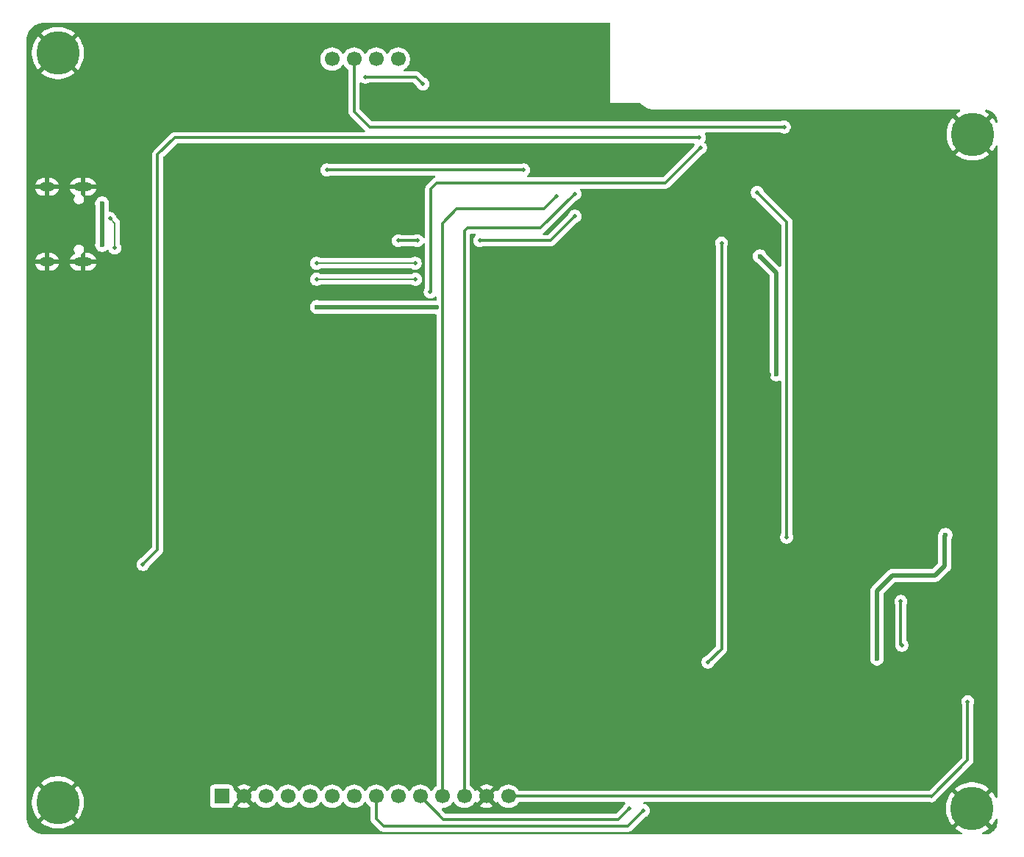
<source format=gbr>
%TF.GenerationSoftware,KiCad,Pcbnew,9.0.1*%
%TF.CreationDate,2025-06-20T23:10:46-05:00*%
%TF.ProjectId,LVGL_Training_Board,4c56474c-5f54-4726-9169-6e696e675f42,rev?*%
%TF.SameCoordinates,Original*%
%TF.FileFunction,Copper,L2,Bot*%
%TF.FilePolarity,Positive*%
%FSLAX46Y46*%
G04 Gerber Fmt 4.6, Leading zero omitted, Abs format (unit mm)*
G04 Created by KiCad (PCBNEW 9.0.1) date 2025-06-20 23:10:46*
%MOMM*%
%LPD*%
G01*
G04 APERTURE LIST*
%TA.AperFunction,ComponentPad*%
%ADD10C,5.000000*%
%TD*%
%TA.AperFunction,ComponentPad*%
%ADD11R,1.700000X1.700000*%
%TD*%
%TA.AperFunction,ComponentPad*%
%ADD12C,1.700000*%
%TD*%
%TA.AperFunction,ComponentPad*%
%ADD13O,2.100000X1.000000*%
%TD*%
%TA.AperFunction,ComponentPad*%
%ADD14O,1.800000X1.000000*%
%TD*%
%TA.AperFunction,HeatsinkPad*%
%ADD15C,0.600000*%
%TD*%
%TA.AperFunction,ViaPad*%
%ADD16C,0.600000*%
%TD*%
%TA.AperFunction,ViaPad*%
%ADD17C,0.500000*%
%TD*%
%TA.AperFunction,Conductor*%
%ADD18C,0.500000*%
%TD*%
%TA.AperFunction,Conductor*%
%ADD19C,0.300000*%
%TD*%
%TA.AperFunction,Conductor*%
%ADD20C,0.200000*%
%TD*%
G04 APERTURE END LIST*
D10*
%TO.P,H3,1,1*%
%TO.N,GND*%
X90550000Y-143450000D03*
%TD*%
D11*
%TO.P,U4,1,VCC*%
%TO.N,+3.3V*%
X109440000Y-142760000D03*
D12*
%TO.P,U4,2,GND*%
%TO.N,GND*%
X111980000Y-142760000D03*
%TO.P,U4,3,TFT_CS*%
%TO.N,/TFT_CS*%
X114520000Y-142760000D03*
%TO.P,U4,4,TFT_RST*%
%TO.N,/TFT_RST*%
X117060000Y-142760000D03*
%TO.P,U4,5,TFT_D/C*%
%TO.N,/TFT_DC*%
X119600000Y-142760000D03*
%TO.P,U4,6,TFT_MOSI*%
%TO.N,/MOSI*%
X122140000Y-142760000D03*
%TO.P,U4,7,TFT_SCK*%
%TO.N,/SCK*%
X124680000Y-142760000D03*
%TO.P,U4,8,LED*%
%TO.N,/TFT_LED*%
X127220000Y-142760000D03*
%TO.P,U4,9,TFT_MISO*%
%TO.N,/MISO*%
X129760000Y-142760000D03*
%TO.P,U4,10,T_CLK*%
%TO.N,/SCL*%
X132300000Y-142760000D03*
%TO.P,U4,11,T_CS*%
%TO.N,/T_CS*%
X134840000Y-142760000D03*
%TO.P,U4,12,T_DI*%
%TO.N,/SDA*%
X137380000Y-142760000D03*
%TO.P,U4,13,T_DO*%
%TO.N,GND*%
X139920000Y-142760000D03*
%TO.P,U4,14,T_IRQ*%
%TO.N,/T_IRQ*%
X142460000Y-142760000D03*
%TO.P,U4,15,SD_CS*%
%TO.N,/SD_CS*%
X122140000Y-57840000D03*
%TO.P,U4,16,SD_MOSI*%
%TO.N,/MOSI*%
X124680000Y-57840000D03*
%TO.P,U4,17,SD_MISO*%
%TO.N,/MISO*%
X127220000Y-57840000D03*
%TO.P,U4,18,SD_SCK*%
%TO.N,/SCK*%
X129760000Y-57840000D03*
%TD*%
D13*
%TO.P,J1,SH1,SHELL_GND*%
%TO.N,GND*%
X93467500Y-72552500D03*
%TO.P,J1,SH2,SHELL_GND*%
X93467500Y-81192500D03*
D14*
%TO.P,J1,SH3,SHELL_GND*%
X89287500Y-72552500D03*
%TO.P,J1,SH4,SHELL_GND*%
X89287500Y-81192500D03*
%TD*%
D10*
%TO.P,H2,1,1*%
%TO.N,GND*%
X195850000Y-144150000D03*
%TD*%
D15*
%TO.P,U2,41,GND*%
%TO.N,GND*%
X175300000Y-71350000D03*
X175300000Y-72750000D03*
X176000000Y-70650000D03*
X176000000Y-72050000D03*
X176000000Y-73450000D03*
X176700000Y-71350000D03*
X176700000Y-72750000D03*
X177400000Y-70650000D03*
X177400000Y-72050000D03*
X177400000Y-73450000D03*
X178100000Y-71350000D03*
X178100000Y-72750000D03*
%TD*%
D10*
%TO.P,H4,1,1*%
%TO.N,GND*%
X90550000Y-57150000D03*
%TD*%
%TO.P,H1,1,1*%
%TO.N,GND*%
X195900000Y-66500000D03*
%TD*%
D16*
%TO.N,GND*%
X178500000Y-74400000D03*
X183795452Y-113386214D03*
X185750000Y-114366000D03*
%TO.N,+3.3V*%
X192800000Y-112650000D03*
X184900000Y-126900000D03*
D17*
%TO.N,/LED1*%
X187750000Y-125350000D03*
X187650000Y-120300000D03*
D16*
%TO.N,+5V*%
X134151000Y-86450000D03*
X120400000Y-86400000D03*
D17*
%TO.N,/SDA*%
X174500000Y-112900000D03*
X171100000Y-73200000D03*
%TO.N,/MOSI*%
X174200000Y-65650000D03*
%TO.N,/SCL*%
X156400000Y-144150000D03*
%TO.N,/TFT_LED*%
X158000000Y-144400000D03*
%TO.N,/T_IRQ*%
X195350000Y-131850000D03*
D16*
%TO.N,+3.3V*%
X173300000Y-94150000D03*
X171400000Y-80550000D03*
D17*
%TO.N,/SW1*%
X165450000Y-127300000D03*
X167000000Y-79020000D03*
%TO.N,/MISO*%
X129760000Y-78750000D03*
X131950000Y-78750000D03*
X150100000Y-75950000D03*
X139150000Y-78750000D03*
%TO.N,/SDA*%
X150100000Y-73350000D03*
%TO.N,/SCK*%
X132600764Y-60699236D03*
X126000000Y-59900000D03*
%TO.N,/T_CS*%
X148000000Y-73650000D03*
%TO.N,/TFT_DC*%
X164550000Y-68050000D03*
%TO.N,/EN*%
X100350000Y-116050000D03*
X164450000Y-66900000D03*
%TO.N,/TFT_DC*%
X133450000Y-84650000D03*
%TO.N,/TFT_CS*%
X144200000Y-70600000D03*
X121540000Y-70600000D03*
D16*
%TO.N,GND*%
X186100000Y-110200000D03*
X172450000Y-94250000D03*
X158450000Y-85950000D03*
X158400000Y-82250000D03*
X166950000Y-130050000D03*
D17*
%TO.N,/USB_N*%
X96550000Y-76200000D03*
X97100000Y-79600000D03*
X120350000Y-83200000D03*
X131750000Y-83200000D03*
%TO.N,/USB_P*%
X120350000Y-81350000D03*
X131700000Y-81350000D03*
D16*
%TO.N,+5V*%
X95650000Y-74450000D03*
X95650000Y-79250000D03*
%TO.N,GND*%
X92900000Y-134400000D03*
%TD*%
D18*
%TO.N,+3.3V*%
X192700000Y-112750000D02*
X192800000Y-112650000D01*
X192700000Y-116250000D02*
X192700000Y-112750000D01*
X192650000Y-116250000D02*
X192700000Y-116250000D01*
X191600000Y-117300000D02*
X192650000Y-116250000D01*
X186700000Y-117300000D02*
X191600000Y-117300000D01*
X186600000Y-117400000D02*
X186700000Y-117300000D01*
X184900000Y-126900000D02*
X184900000Y-119100000D01*
X184900000Y-119100000D02*
X186600000Y-117400000D01*
D19*
%TO.N,/LED1*%
X187650000Y-125250000D02*
X187750000Y-125350000D01*
X187650000Y-120300000D02*
X187650000Y-125250000D01*
D18*
%TO.N,+5V*%
X120400000Y-86400000D02*
X120450000Y-86450000D01*
X120450000Y-86450000D02*
X134151000Y-86450000D01*
D19*
%TO.N,/SDA*%
X171100000Y-73200000D02*
X174500000Y-76600000D01*
X174500000Y-76600000D02*
X174500000Y-112900000D01*
%TO.N,/MOSI*%
X124680000Y-63880000D02*
X124680000Y-57840000D01*
X126450000Y-65650000D02*
X124680000Y-63880000D01*
X174200000Y-65650000D02*
X126450000Y-65650000D01*
%TO.N,/SCL*%
X155100000Y-145400000D02*
X156350000Y-144150000D01*
X134940000Y-145400000D02*
X155100000Y-145400000D01*
X156350000Y-144150000D02*
X156400000Y-144150000D01*
X132300000Y-142760000D02*
X134940000Y-145400000D01*
%TO.N,/TFT_LED*%
X128050000Y-146200000D02*
X156200000Y-146200000D01*
X127220000Y-145370000D02*
X128050000Y-146200000D01*
X156200000Y-146200000D02*
X158000000Y-144400000D01*
X127220000Y-142760000D02*
X127220000Y-145370000D01*
%TO.N,/T_IRQ*%
X191110000Y-142760000D02*
X142460000Y-142760000D01*
X191150000Y-142800000D02*
X191110000Y-142760000D01*
X195350000Y-138600000D02*
X191150000Y-142800000D01*
X195350000Y-131850000D02*
X195350000Y-138600000D01*
D18*
%TO.N,+3.3V*%
X171400000Y-80550000D02*
X173300000Y-82450000D01*
X173300000Y-82450000D02*
X173300000Y-94150000D01*
D19*
%TO.N,/SW1*%
X167000000Y-125750000D02*
X165450000Y-127300000D01*
X167000000Y-79020000D02*
X167000000Y-125750000D01*
%TO.N,/MISO*%
X131950000Y-78750000D02*
X129760000Y-78750000D01*
X150100000Y-75950000D02*
X147300000Y-78750000D01*
X147300000Y-78750000D02*
X139150000Y-78750000D01*
%TO.N,/SDA*%
X137380000Y-77620000D02*
X137380000Y-142760000D01*
X150100000Y-73350000D02*
X146150000Y-77300000D01*
X137700000Y-77300000D02*
X137380000Y-77620000D01*
X146150000Y-77300000D02*
X137700000Y-77300000D01*
%TO.N,/SCK*%
X131801528Y-59900000D02*
X132600764Y-60699236D01*
X126000000Y-59900000D02*
X131801528Y-59900000D01*
%TO.N,/T_CS*%
X134840000Y-76760000D02*
X134840000Y-142760000D01*
X136500000Y-75100000D02*
X134840000Y-76760000D01*
X146550000Y-75100000D02*
X136500000Y-75100000D01*
X148000000Y-73650000D02*
X146550000Y-75100000D01*
%TO.N,/TFT_DC*%
X133500000Y-72800000D02*
X133500000Y-84600000D01*
X134200000Y-72100000D02*
X133500000Y-72800000D01*
X160500000Y-72100000D02*
X134200000Y-72100000D01*
X133500000Y-84600000D02*
X133450000Y-84650000D01*
X164550000Y-68050000D02*
X160500000Y-72100000D01*
%TO.N,/EN*%
X102050000Y-114350000D02*
X100350000Y-116050000D01*
X102050000Y-68850000D02*
X102050000Y-114350000D01*
X104000000Y-66900000D02*
X102050000Y-68850000D01*
X164450000Y-66900000D02*
X104000000Y-66900000D01*
%TO.N,/TFT_CS*%
X144200000Y-70600000D02*
X121540000Y-70600000D01*
D20*
%TO.N,/USB_N*%
X97100000Y-76750000D02*
X96550000Y-76200000D01*
X97100000Y-79600000D02*
X97100000Y-76750000D01*
X131750000Y-83200000D02*
X120350000Y-83200000D01*
%TO.N,/USB_P*%
X120300000Y-81400000D02*
X120350000Y-81350000D01*
X131700000Y-81350000D02*
X120350000Y-81350000D01*
D18*
%TO.N,+5V*%
X95650000Y-79250000D02*
X95650000Y-74450000D01*
%TD*%
%TA.AperFunction,Conductor*%
%TO.N,GND*%
G36*
X141035270Y-143521717D02*
G01*
X141035270Y-143521716D01*
X141074622Y-143467555D01*
X141079232Y-143458507D01*
X141127205Y-143407709D01*
X141195025Y-143390912D01*
X141261161Y-143413447D01*
X141300204Y-143458504D01*
X141304949Y-143467817D01*
X141429890Y-143639786D01*
X141580213Y-143790109D01*
X141752179Y-143915048D01*
X141752181Y-143915049D01*
X141752184Y-143915051D01*
X141941588Y-144011557D01*
X142143757Y-144077246D01*
X142353713Y-144110500D01*
X142353714Y-144110500D01*
X142566286Y-144110500D01*
X142566287Y-144110500D01*
X142776243Y-144077246D01*
X142978412Y-144011557D01*
X143167816Y-143915051D01*
X143246129Y-143858154D01*
X143339786Y-143790109D01*
X143339788Y-143790106D01*
X143339792Y-143790104D01*
X143490104Y-143639792D01*
X143490106Y-143639788D01*
X143490109Y-143639786D01*
X143617915Y-143463875D01*
X143619259Y-143464851D01*
X143665705Y-143422834D01*
X143719618Y-143410500D01*
X155778770Y-143410500D01*
X155845809Y-143430185D01*
X155891564Y-143482989D01*
X155901508Y-143552147D01*
X155872483Y-143615703D01*
X155866451Y-143622181D01*
X155817051Y-143671580D01*
X155817048Y-143671584D01*
X155734919Y-143794498D01*
X155734916Y-143794505D01*
X155708551Y-143858154D01*
X155681671Y-143898381D01*
X154866873Y-144713181D01*
X154805550Y-144746666D01*
X154779192Y-144749500D01*
X135260808Y-144749500D01*
X135193769Y-144729815D01*
X135173127Y-144713181D01*
X134782127Y-144322181D01*
X134748642Y-144260858D01*
X134753626Y-144191166D01*
X134795498Y-144135233D01*
X134860962Y-144110816D01*
X134869808Y-144110500D01*
X134946286Y-144110500D01*
X134946287Y-144110500D01*
X135156243Y-144077246D01*
X135358412Y-144011557D01*
X135547816Y-143915051D01*
X135626129Y-143858154D01*
X135719786Y-143790109D01*
X135719788Y-143790106D01*
X135719792Y-143790104D01*
X135870104Y-143639792D01*
X135870106Y-143639788D01*
X135870109Y-143639786D01*
X135995048Y-143467820D01*
X135995047Y-143467820D01*
X135995051Y-143467816D01*
X135999514Y-143459054D01*
X136047488Y-143408259D01*
X136115308Y-143391463D01*
X136181444Y-143413999D01*
X136220486Y-143459056D01*
X136224951Y-143467820D01*
X136349890Y-143639786D01*
X136500213Y-143790109D01*
X136672179Y-143915048D01*
X136672181Y-143915049D01*
X136672184Y-143915051D01*
X136861588Y-144011557D01*
X137063757Y-144077246D01*
X137273713Y-144110500D01*
X137273714Y-144110500D01*
X137486286Y-144110500D01*
X137486287Y-144110500D01*
X137696243Y-144077246D01*
X137898412Y-144011557D01*
X138087816Y-143915051D01*
X138166129Y-143858154D01*
X138259786Y-143790109D01*
X138259788Y-143790106D01*
X138259792Y-143790104D01*
X138410104Y-143639792D01*
X138410106Y-143639788D01*
X138410109Y-143639786D01*
X138495890Y-143521717D01*
X138535051Y-143467816D01*
X138539793Y-143458508D01*
X138587763Y-143407711D01*
X138655583Y-143390911D01*
X138721719Y-143413445D01*
X138760763Y-143458500D01*
X138765373Y-143467547D01*
X138804728Y-143521716D01*
X139437037Y-142889408D01*
X139454075Y-142952993D01*
X139519901Y-143067007D01*
X139612993Y-143160099D01*
X139727007Y-143225925D01*
X139790590Y-143242962D01*
X139158282Y-143875269D01*
X139158282Y-143875270D01*
X139212449Y-143914624D01*
X139401782Y-144011095D01*
X139603870Y-144076757D01*
X139813754Y-144110000D01*
X140026246Y-144110000D01*
X140236127Y-144076757D01*
X140236130Y-144076757D01*
X140438217Y-144011095D01*
X140627554Y-143914622D01*
X140681716Y-143875270D01*
X140681717Y-143875270D01*
X140049408Y-143242962D01*
X140112993Y-143225925D01*
X140227007Y-143160099D01*
X140320099Y-143067007D01*
X140385925Y-142952993D01*
X140402962Y-142889408D01*
X141035270Y-143521717D01*
G37*
%TD.AperFunction*%
%TA.AperFunction,Conductor*%
G36*
X154143039Y-53670185D02*
G01*
X154188794Y-53722989D01*
X154200000Y-53774500D01*
X154200000Y-62840000D01*
X157500768Y-62840000D01*
X157567807Y-62859685D01*
X157593583Y-62881773D01*
X157628646Y-62921351D01*
X157628648Y-62921353D01*
X157855072Y-63121947D01*
X157855078Y-63121952D01*
X158104026Y-63293787D01*
X158104035Y-63293793D01*
X158371882Y-63434371D01*
X158654727Y-63541641D01*
X158654731Y-63541642D01*
X158654734Y-63541643D01*
X158948449Y-63614037D01*
X159199661Y-63644539D01*
X159248746Y-63650500D01*
X159248748Y-63650500D01*
X159334108Y-63650500D01*
X194365783Y-63650500D01*
X194432822Y-63670185D01*
X194478577Y-63722989D01*
X194488521Y-63792147D01*
X194459496Y-63855703D01*
X194431755Y-63879494D01*
X194161252Y-64049461D01*
X193961950Y-64208397D01*
X195209873Y-65456320D01*
X195085680Y-65546554D01*
X194946554Y-65685680D01*
X194856320Y-65809873D01*
X193608397Y-64561950D01*
X193449461Y-64761252D01*
X193270191Y-65046559D01*
X193123995Y-65350137D01*
X193012709Y-65668173D01*
X193012705Y-65668185D01*
X192937727Y-65996686D01*
X192937725Y-65996702D01*
X192900000Y-66331519D01*
X192900000Y-66668480D01*
X192937725Y-67003297D01*
X192937727Y-67003313D01*
X193012705Y-67331814D01*
X193012709Y-67331826D01*
X193123995Y-67649862D01*
X193270191Y-67953440D01*
X193449461Y-68238747D01*
X193608397Y-68438048D01*
X194856320Y-67190125D01*
X194946554Y-67314320D01*
X195085680Y-67453446D01*
X195209873Y-67543678D01*
X193961950Y-68791601D01*
X194161252Y-68950538D01*
X194446559Y-69129808D01*
X194750137Y-69276004D01*
X195068173Y-69387290D01*
X195068185Y-69387294D01*
X195396686Y-69462272D01*
X195396702Y-69462274D01*
X195731519Y-69499999D01*
X195731521Y-69500000D01*
X196068479Y-69500000D01*
X196068480Y-69499999D01*
X196403297Y-69462274D01*
X196403313Y-69462272D01*
X196731814Y-69387294D01*
X196731826Y-69387290D01*
X197049862Y-69276004D01*
X197353440Y-69129808D01*
X197638747Y-68950538D01*
X197838048Y-68791600D01*
X196590126Y-67543678D01*
X196714320Y-67453446D01*
X196853446Y-67314320D01*
X196943678Y-67190126D01*
X198191600Y-68438048D01*
X198350538Y-68238747D01*
X198529808Y-67953440D01*
X198563780Y-67882898D01*
X198610602Y-67831039D01*
X198678030Y-67812726D01*
X198744653Y-67833774D01*
X198789322Y-67887500D01*
X198799500Y-67936700D01*
X198799500Y-142817125D01*
X198779815Y-142884164D01*
X198727011Y-142929919D01*
X198657853Y-142939863D01*
X198594297Y-142910838D01*
X198563780Y-142870927D01*
X198479808Y-142696559D01*
X198300538Y-142411252D01*
X198141601Y-142211950D01*
X196893678Y-143459873D01*
X196803446Y-143335680D01*
X196664320Y-143196554D01*
X196540124Y-143106320D01*
X197788048Y-141858397D01*
X197588747Y-141699461D01*
X197303440Y-141520191D01*
X196999862Y-141373995D01*
X196681826Y-141262709D01*
X196681814Y-141262705D01*
X196353313Y-141187727D01*
X196353297Y-141187725D01*
X196018480Y-141150000D01*
X195681519Y-141150000D01*
X195346702Y-141187725D01*
X195346686Y-141187727D01*
X195018185Y-141262705D01*
X195018173Y-141262709D01*
X194700137Y-141373995D01*
X194396559Y-141520191D01*
X194111252Y-141699461D01*
X193911950Y-141858397D01*
X195159873Y-143106320D01*
X195035680Y-143196554D01*
X194896554Y-143335680D01*
X194806320Y-143459873D01*
X193558397Y-142211950D01*
X193399461Y-142411252D01*
X193220191Y-142696559D01*
X193073995Y-143000137D01*
X192962709Y-143318173D01*
X192962705Y-143318185D01*
X192887727Y-143646686D01*
X192887725Y-143646702D01*
X192850000Y-143981519D01*
X192850000Y-144318480D01*
X192887725Y-144653297D01*
X192887727Y-144653313D01*
X192962705Y-144981814D01*
X192962709Y-144981826D01*
X193073995Y-145299862D01*
X193220191Y-145603440D01*
X193399461Y-145888747D01*
X193558397Y-146088048D01*
X194806320Y-144840125D01*
X194896554Y-144964320D01*
X195035680Y-145103446D01*
X195159873Y-145193678D01*
X193911950Y-146441601D01*
X194111252Y-146600538D01*
X194396559Y-146779808D01*
X194674753Y-146913780D01*
X194726612Y-146960603D01*
X194744925Y-147028030D01*
X194723877Y-147094654D01*
X194670151Y-147139322D01*
X194620951Y-147149500D01*
X88954067Y-147149500D01*
X88945957Y-147149235D01*
X88697116Y-147132925D01*
X88681035Y-147130807D01*
X88440464Y-147082954D01*
X88424797Y-147078756D01*
X88192520Y-146999909D01*
X88177534Y-146993702D01*
X87957539Y-146885212D01*
X87943492Y-146877102D01*
X87739539Y-146740825D01*
X87726671Y-146730951D01*
X87697395Y-146705277D01*
X87605705Y-146624867D01*
X87542250Y-146569218D01*
X87530781Y-146557749D01*
X87369048Y-146373328D01*
X87359174Y-146360460D01*
X87343692Y-146337290D01*
X87222897Y-146156507D01*
X87214787Y-146142460D01*
X87108855Y-145927652D01*
X87106294Y-145922458D01*
X87100090Y-145907479D01*
X87093731Y-145888747D01*
X87040867Y-145733013D01*
X87021243Y-145675202D01*
X87017045Y-145659535D01*
X87005887Y-145603440D01*
X86969190Y-145418953D01*
X86967075Y-145402895D01*
X86950765Y-145154043D01*
X86950500Y-145145933D01*
X86950500Y-143281519D01*
X87550000Y-143281519D01*
X87550000Y-143618480D01*
X87587725Y-143953297D01*
X87587727Y-143953313D01*
X87662705Y-144281814D01*
X87662709Y-144281826D01*
X87773995Y-144599862D01*
X87920191Y-144903440D01*
X88099461Y-145188747D01*
X88258397Y-145388048D01*
X89506320Y-144140125D01*
X89596554Y-144264320D01*
X89735680Y-144403446D01*
X89859873Y-144493678D01*
X88611950Y-145741601D01*
X88811252Y-145900538D01*
X89096559Y-146079808D01*
X89400137Y-146226004D01*
X89718173Y-146337290D01*
X89718185Y-146337294D01*
X90046686Y-146412272D01*
X90046702Y-146412274D01*
X90381519Y-146449999D01*
X90381521Y-146450000D01*
X90718479Y-146450000D01*
X90718480Y-146449999D01*
X91053297Y-146412274D01*
X91053313Y-146412272D01*
X91381814Y-146337294D01*
X91381826Y-146337290D01*
X91699862Y-146226004D01*
X92003440Y-146079808D01*
X92288747Y-145900538D01*
X92488048Y-145741600D01*
X91240126Y-144493678D01*
X91364320Y-144403446D01*
X91503446Y-144264320D01*
X91593678Y-144140126D01*
X92841600Y-145388048D01*
X93000538Y-145188747D01*
X93179808Y-144903440D01*
X93326004Y-144599862D01*
X93437290Y-144281826D01*
X93437294Y-144281814D01*
X93512272Y-143953313D01*
X93512274Y-143953297D01*
X93549999Y-143618480D01*
X93550000Y-143618478D01*
X93550000Y-143281521D01*
X93549999Y-143281519D01*
X93512274Y-142946702D01*
X93512272Y-142946686D01*
X93437294Y-142618185D01*
X93437290Y-142618173D01*
X93326004Y-142300137D01*
X93179808Y-141996559D01*
X93134705Y-141924778D01*
X93000538Y-141711252D01*
X92841601Y-141511950D01*
X91593678Y-142759873D01*
X91503446Y-142635680D01*
X91364320Y-142496554D01*
X91240124Y-142406320D01*
X92488048Y-141158397D01*
X92288747Y-140999461D01*
X92003440Y-140820191D01*
X91699862Y-140673995D01*
X91381826Y-140562709D01*
X91381814Y-140562705D01*
X91053313Y-140487727D01*
X91053297Y-140487725D01*
X90718480Y-140450000D01*
X90381519Y-140450000D01*
X90046702Y-140487725D01*
X90046686Y-140487727D01*
X89718185Y-140562705D01*
X89718173Y-140562709D01*
X89400137Y-140673995D01*
X89096559Y-140820191D01*
X88811252Y-140999461D01*
X88611950Y-141158397D01*
X89859873Y-142406320D01*
X89735680Y-142496554D01*
X89596554Y-142635680D01*
X89506320Y-142759873D01*
X88258397Y-141511950D01*
X88099461Y-141711252D01*
X87920191Y-141996559D01*
X87773995Y-142300137D01*
X87662709Y-142618173D01*
X87662705Y-142618185D01*
X87587727Y-142946686D01*
X87587725Y-142946702D01*
X87550000Y-143281519D01*
X86950500Y-143281519D01*
X86950500Y-116123920D01*
X99599499Y-116123920D01*
X99628340Y-116268907D01*
X99628343Y-116268917D01*
X99684912Y-116405488D01*
X99684919Y-116405501D01*
X99767048Y-116528415D01*
X99767051Y-116528419D01*
X99871580Y-116632948D01*
X99871584Y-116632951D01*
X99994498Y-116715080D01*
X99994511Y-116715087D01*
X100131082Y-116771656D01*
X100131087Y-116771658D01*
X100131091Y-116771658D01*
X100131092Y-116771659D01*
X100276079Y-116800500D01*
X100276082Y-116800500D01*
X100423920Y-116800500D01*
X100521462Y-116781096D01*
X100568913Y-116771658D01*
X100700751Y-116717049D01*
X100705488Y-116715087D01*
X100705488Y-116715086D01*
X100705495Y-116715084D01*
X100828416Y-116632951D01*
X100932951Y-116528416D01*
X101015084Y-116405495D01*
X101071658Y-116268913D01*
X101071658Y-116268912D01*
X101073989Y-116263285D01*
X101074852Y-116263642D01*
X101102600Y-116217344D01*
X102555277Y-114764669D01*
X102626465Y-114658127D01*
X102675501Y-114539744D01*
X102700500Y-114414069D01*
X102700500Y-83273920D01*
X119599499Y-83273920D01*
X119628340Y-83418907D01*
X119628343Y-83418917D01*
X119684912Y-83555488D01*
X119684919Y-83555501D01*
X119767048Y-83678415D01*
X119767051Y-83678419D01*
X119871580Y-83782948D01*
X119871584Y-83782951D01*
X119994498Y-83865080D01*
X119994511Y-83865087D01*
X120131082Y-83921656D01*
X120131087Y-83921658D01*
X120131091Y-83921658D01*
X120131092Y-83921659D01*
X120276079Y-83950500D01*
X120276082Y-83950500D01*
X120423920Y-83950500D01*
X120521462Y-83931096D01*
X120568913Y-83921658D01*
X120705495Y-83865084D01*
X120770876Y-83821398D01*
X120837553Y-83800520D01*
X120839767Y-83800500D01*
X131260233Y-83800500D01*
X131327272Y-83820185D01*
X131329124Y-83821398D01*
X131394498Y-83865080D01*
X131394511Y-83865087D01*
X131531082Y-83921656D01*
X131531087Y-83921658D01*
X131531091Y-83921658D01*
X131531092Y-83921659D01*
X131676079Y-83950500D01*
X131676082Y-83950500D01*
X131823920Y-83950500D01*
X131921462Y-83931096D01*
X131968913Y-83921658D01*
X132105495Y-83865084D01*
X132228416Y-83782951D01*
X132332951Y-83678416D01*
X132415084Y-83555495D01*
X132471658Y-83418913D01*
X132500500Y-83273918D01*
X132500500Y-83126082D01*
X132500500Y-83126079D01*
X132471659Y-82981092D01*
X132471658Y-82981091D01*
X132471658Y-82981087D01*
X132471656Y-82981082D01*
X132415087Y-82844511D01*
X132415080Y-82844498D01*
X132332951Y-82721584D01*
X132332948Y-82721580D01*
X132228419Y-82617051D01*
X132228415Y-82617048D01*
X132105501Y-82534919D01*
X132105488Y-82534912D01*
X131968917Y-82478343D01*
X131968907Y-82478340D01*
X131823920Y-82449500D01*
X131823918Y-82449500D01*
X131676082Y-82449500D01*
X131676080Y-82449500D01*
X131531092Y-82478340D01*
X131531082Y-82478343D01*
X131394511Y-82534912D01*
X131394498Y-82534919D01*
X131329124Y-82578602D01*
X131262447Y-82599480D01*
X131260233Y-82599500D01*
X120839767Y-82599500D01*
X120772728Y-82579815D01*
X120770876Y-82578602D01*
X120705501Y-82534919D01*
X120705488Y-82534912D01*
X120568917Y-82478343D01*
X120568907Y-82478340D01*
X120423920Y-82449500D01*
X120423918Y-82449500D01*
X120276082Y-82449500D01*
X120276080Y-82449500D01*
X120131092Y-82478340D01*
X120131082Y-82478343D01*
X119994511Y-82534912D01*
X119994498Y-82534919D01*
X119871584Y-82617048D01*
X119871580Y-82617051D01*
X119767051Y-82721580D01*
X119767048Y-82721584D01*
X119684919Y-82844498D01*
X119684912Y-82844511D01*
X119628343Y-82981082D01*
X119628340Y-82981092D01*
X119599500Y-83126079D01*
X119599500Y-83126082D01*
X119599500Y-83273918D01*
X119599500Y-83273920D01*
X119599499Y-83273920D01*
X102700500Y-83273920D01*
X102700500Y-81423920D01*
X119599499Y-81423920D01*
X119628340Y-81568907D01*
X119628343Y-81568917D01*
X119684912Y-81705488D01*
X119684919Y-81705501D01*
X119767048Y-81828415D01*
X119767051Y-81828419D01*
X119871580Y-81932948D01*
X119871584Y-81932951D01*
X119994498Y-82015080D01*
X119994511Y-82015087D01*
X120131082Y-82071656D01*
X120131087Y-82071658D01*
X120131091Y-82071658D01*
X120131092Y-82071659D01*
X120276079Y-82100500D01*
X120276082Y-82100500D01*
X120423920Y-82100500D01*
X120521462Y-82081096D01*
X120568913Y-82071658D01*
X120705495Y-82015084D01*
X120770876Y-81971398D01*
X120837553Y-81950520D01*
X120839767Y-81950500D01*
X131210233Y-81950500D01*
X131277272Y-81970185D01*
X131279124Y-81971398D01*
X131344498Y-82015080D01*
X131344511Y-82015087D01*
X131481082Y-82071656D01*
X131481087Y-82071658D01*
X131481091Y-82071658D01*
X131481092Y-82071659D01*
X131626079Y-82100500D01*
X131626082Y-82100500D01*
X131773920Y-82100500D01*
X131871462Y-82081096D01*
X131918913Y-82071658D01*
X132055495Y-82015084D01*
X132178416Y-81932951D01*
X132282951Y-81828416D01*
X132365084Y-81705495D01*
X132421658Y-81568913D01*
X132436858Y-81492500D01*
X132450500Y-81423920D01*
X132450500Y-81276079D01*
X132421659Y-81131092D01*
X132421658Y-81131091D01*
X132421658Y-81131087D01*
X132370796Y-81008295D01*
X132365087Y-80994511D01*
X132365080Y-80994498D01*
X132282951Y-80871584D01*
X132282948Y-80871580D01*
X132178419Y-80767051D01*
X132178415Y-80767048D01*
X132055501Y-80684919D01*
X132055488Y-80684912D01*
X131918917Y-80628343D01*
X131918907Y-80628340D01*
X131773920Y-80599500D01*
X131773918Y-80599500D01*
X131626082Y-80599500D01*
X131626080Y-80599500D01*
X131481092Y-80628340D01*
X131481082Y-80628343D01*
X131344511Y-80684912D01*
X131344498Y-80684919D01*
X131279124Y-80728602D01*
X131212447Y-80749480D01*
X131210233Y-80749500D01*
X120839767Y-80749500D01*
X120772728Y-80729815D01*
X120770876Y-80728602D01*
X120705501Y-80684919D01*
X120705488Y-80684912D01*
X120568917Y-80628343D01*
X120568907Y-80628340D01*
X120423920Y-80599500D01*
X120423918Y-80599500D01*
X120276082Y-80599500D01*
X120276080Y-80599500D01*
X120131092Y-80628340D01*
X120131082Y-80628343D01*
X119994511Y-80684912D01*
X119994498Y-80684919D01*
X119871584Y-80767048D01*
X119871580Y-80767051D01*
X119767051Y-80871580D01*
X119767048Y-80871584D01*
X119684919Y-80994498D01*
X119684912Y-80994511D01*
X119628343Y-81131082D01*
X119628340Y-81131092D01*
X119599500Y-81276079D01*
X119599500Y-81276082D01*
X119599500Y-81423918D01*
X119599500Y-81423920D01*
X119599499Y-81423920D01*
X102700500Y-81423920D01*
X102700500Y-69170808D01*
X102720185Y-69103769D01*
X102736819Y-69083127D01*
X104233127Y-67586819D01*
X104294450Y-67553334D01*
X104320808Y-67550500D01*
X163758985Y-67550500D01*
X163790205Y-67559667D01*
X163821778Y-67567575D01*
X163823546Y-67569457D01*
X163826024Y-67570185D01*
X163847327Y-67594770D01*
X163869618Y-67618497D01*
X163870088Y-67621037D01*
X163871779Y-67622989D01*
X163876409Y-67655195D01*
X163882333Y-67687200D01*
X163881490Y-67690531D01*
X163881723Y-67692147D01*
X163873758Y-67721437D01*
X163873569Y-67721897D01*
X163828342Y-67831087D01*
X163827798Y-67833820D01*
X163824490Y-67841910D01*
X163813782Y-67855320D01*
X163797398Y-67882654D01*
X160266873Y-71413181D01*
X160205550Y-71446666D01*
X160179192Y-71449500D01*
X144688271Y-71449500D01*
X144621232Y-71429815D01*
X144575477Y-71377011D01*
X144565533Y-71307853D01*
X144594558Y-71244297D01*
X144619380Y-71222398D01*
X144644515Y-71205602D01*
X144678416Y-71182951D01*
X144782951Y-71078416D01*
X144865084Y-70955495D01*
X144921658Y-70818913D01*
X144950500Y-70673918D01*
X144950500Y-70526082D01*
X144950500Y-70526079D01*
X144921659Y-70381092D01*
X144921658Y-70381091D01*
X144921658Y-70381087D01*
X144921656Y-70381082D01*
X144865087Y-70244511D01*
X144865080Y-70244498D01*
X144782951Y-70121584D01*
X144782948Y-70121580D01*
X144678419Y-70017051D01*
X144678415Y-70017048D01*
X144555501Y-69934919D01*
X144555488Y-69934912D01*
X144418917Y-69878343D01*
X144418907Y-69878340D01*
X144273920Y-69849500D01*
X144273918Y-69849500D01*
X144126082Y-69849500D01*
X144126080Y-69849500D01*
X143981092Y-69878340D01*
X143981086Y-69878342D01*
X143838878Y-69937247D01*
X143838520Y-69936385D01*
X143786160Y-69949500D01*
X121953840Y-69949500D01*
X121901479Y-69936385D01*
X121901122Y-69937247D01*
X121895495Y-69934916D01*
X121758913Y-69878342D01*
X121758907Y-69878340D01*
X121613920Y-69849500D01*
X121613918Y-69849500D01*
X121466082Y-69849500D01*
X121466080Y-69849500D01*
X121321092Y-69878340D01*
X121321082Y-69878343D01*
X121184511Y-69934912D01*
X121184498Y-69934919D01*
X121061584Y-70017048D01*
X121061580Y-70017051D01*
X120957051Y-70121580D01*
X120957048Y-70121584D01*
X120874919Y-70244498D01*
X120874912Y-70244511D01*
X120818343Y-70381082D01*
X120818340Y-70381092D01*
X120789500Y-70526079D01*
X120789500Y-70526082D01*
X120789500Y-70673918D01*
X120789500Y-70673920D01*
X120789499Y-70673920D01*
X120818340Y-70818907D01*
X120818343Y-70818917D01*
X120874912Y-70955488D01*
X120874919Y-70955501D01*
X120957048Y-71078415D01*
X120957051Y-71078419D01*
X121061580Y-71182948D01*
X121061584Y-71182951D01*
X121184498Y-71265080D01*
X121184511Y-71265087D01*
X121321082Y-71321656D01*
X121321087Y-71321658D01*
X121321091Y-71321658D01*
X121321092Y-71321659D01*
X121466079Y-71350500D01*
X121466082Y-71350500D01*
X121613920Y-71350500D01*
X121711462Y-71331096D01*
X121758913Y-71321658D01*
X121895495Y-71265084D01*
X121895496Y-71265083D01*
X121901122Y-71262753D01*
X121901479Y-71263614D01*
X121953840Y-71250500D01*
X133927648Y-71250500D01*
X133994687Y-71270185D01*
X134040442Y-71322989D01*
X134050386Y-71392147D01*
X134021361Y-71455703D01*
X133975100Y-71489061D01*
X133891874Y-71523533D01*
X133891871Y-71523535D01*
X133785331Y-71594722D01*
X133785324Y-71594728D01*
X132994727Y-72385325D01*
X132994721Y-72385332D01*
X132932575Y-72478340D01*
X132932576Y-72478341D01*
X132923535Y-72491871D01*
X132874499Y-72610255D01*
X132874497Y-72610261D01*
X132849500Y-72735928D01*
X132849500Y-78338030D01*
X132829815Y-78405069D01*
X132777011Y-78450824D01*
X132707853Y-78460768D01*
X132644297Y-78431743D01*
X132618559Y-78399509D01*
X132618469Y-78399570D01*
X132617758Y-78398507D01*
X132616141Y-78396481D01*
X132615085Y-78394506D01*
X132532951Y-78271584D01*
X132532948Y-78271580D01*
X132428419Y-78167051D01*
X132428415Y-78167048D01*
X132305501Y-78084919D01*
X132305488Y-78084912D01*
X132168917Y-78028343D01*
X132168907Y-78028340D01*
X132023920Y-77999500D01*
X132023918Y-77999500D01*
X131876082Y-77999500D01*
X131876080Y-77999500D01*
X131731092Y-78028340D01*
X131731086Y-78028342D01*
X131588878Y-78087247D01*
X131588520Y-78086385D01*
X131536160Y-78099500D01*
X130173840Y-78099500D01*
X130121479Y-78086385D01*
X130121122Y-78087247D01*
X130115495Y-78084916D01*
X129978913Y-78028342D01*
X129978907Y-78028340D01*
X129833920Y-77999500D01*
X129833918Y-77999500D01*
X129686082Y-77999500D01*
X129686080Y-77999500D01*
X129541092Y-78028340D01*
X129541082Y-78028343D01*
X129404511Y-78084912D01*
X129404498Y-78084919D01*
X129281584Y-78167048D01*
X129281580Y-78167051D01*
X129177051Y-78271580D01*
X129177048Y-78271584D01*
X129094919Y-78394498D01*
X129094912Y-78394511D01*
X129038343Y-78531082D01*
X129038340Y-78531092D01*
X129009500Y-78676079D01*
X129009500Y-78676082D01*
X129009500Y-78823918D01*
X129009500Y-78823920D01*
X129009499Y-78823920D01*
X129038340Y-78968907D01*
X129038343Y-78968917D01*
X129094912Y-79105488D01*
X129094919Y-79105501D01*
X129177048Y-79228415D01*
X129177051Y-79228419D01*
X129281580Y-79332948D01*
X129281584Y-79332951D01*
X129404498Y-79415080D01*
X129404511Y-79415087D01*
X129541082Y-79471656D01*
X129541087Y-79471658D01*
X129541091Y-79471658D01*
X129541092Y-79471659D01*
X129686079Y-79500500D01*
X129686082Y-79500500D01*
X129833920Y-79500500D01*
X129931462Y-79481096D01*
X129978913Y-79471658D01*
X130115495Y-79415084D01*
X130115496Y-79415083D01*
X130121122Y-79412753D01*
X130121479Y-79413614D01*
X130173840Y-79400500D01*
X131536160Y-79400500D01*
X131588520Y-79413614D01*
X131588878Y-79412753D01*
X131594504Y-79415083D01*
X131594505Y-79415084D01*
X131731087Y-79471658D01*
X131731091Y-79471658D01*
X131731092Y-79471659D01*
X131876079Y-79500500D01*
X131876082Y-79500500D01*
X132023920Y-79500500D01*
X132121462Y-79481096D01*
X132168913Y-79471658D01*
X132305495Y-79415084D01*
X132428416Y-79332951D01*
X132532951Y-79228416D01*
X132615084Y-79105495D01*
X132615088Y-79105484D01*
X132616137Y-79103524D01*
X132616964Y-79102681D01*
X132618469Y-79100430D01*
X132618895Y-79100715D01*
X132665096Y-79053676D01*
X132733232Y-79038210D01*
X132798914Y-79062037D01*
X132841287Y-79117591D01*
X132849500Y-79161969D01*
X132849500Y-84160232D01*
X132829815Y-84227271D01*
X132828603Y-84229122D01*
X132784914Y-84294508D01*
X132728343Y-84431082D01*
X132728340Y-84431092D01*
X132699500Y-84576079D01*
X132699500Y-84576082D01*
X132699500Y-84723918D01*
X132699500Y-84723920D01*
X132699499Y-84723920D01*
X132728340Y-84868907D01*
X132728343Y-84868917D01*
X132784912Y-85005488D01*
X132784919Y-85005501D01*
X132867048Y-85128415D01*
X132867051Y-85128419D01*
X132971580Y-85232948D01*
X132971584Y-85232951D01*
X133094498Y-85315080D01*
X133094511Y-85315087D01*
X133231082Y-85371656D01*
X133231087Y-85371658D01*
X133231091Y-85371658D01*
X133231092Y-85371659D01*
X133376079Y-85400500D01*
X133376082Y-85400500D01*
X133523920Y-85400500D01*
X133621462Y-85381096D01*
X133668913Y-85371658D01*
X133805495Y-85315084D01*
X133928416Y-85232951D01*
X133928419Y-85232948D01*
X133977819Y-85183549D01*
X134039142Y-85150064D01*
X134108834Y-85155048D01*
X134164767Y-85196920D01*
X134189184Y-85262384D01*
X134189500Y-85271230D01*
X134189500Y-85525555D01*
X134181020Y-85554432D01*
X134174916Y-85583899D01*
X134171278Y-85587609D01*
X134169815Y-85592594D01*
X134147075Y-85612298D01*
X134126004Y-85633792D01*
X134120151Y-85635627D01*
X134117011Y-85638349D01*
X134093059Y-85646454D01*
X134079696Y-85649500D01*
X134072158Y-85649500D01*
X133917503Y-85680263D01*
X133884166Y-85694071D01*
X133873955Y-85696399D01*
X133864815Y-85695836D01*
X133846396Y-85699500D01*
X120825316Y-85699500D01*
X120777864Y-85690061D01*
X120633501Y-85630264D01*
X120633489Y-85630261D01*
X120478845Y-85599500D01*
X120478842Y-85599500D01*
X120321158Y-85599500D01*
X120321155Y-85599500D01*
X120166510Y-85630261D01*
X120166498Y-85630264D01*
X120020827Y-85690602D01*
X120020814Y-85690609D01*
X119889711Y-85778210D01*
X119889707Y-85778213D01*
X119778213Y-85889707D01*
X119778210Y-85889711D01*
X119690609Y-86020814D01*
X119690602Y-86020827D01*
X119630264Y-86166498D01*
X119630261Y-86166510D01*
X119599500Y-86321153D01*
X119599500Y-86478846D01*
X119630261Y-86633489D01*
X119630264Y-86633501D01*
X119690602Y-86779172D01*
X119690609Y-86779185D01*
X119778210Y-86910288D01*
X119778213Y-86910292D01*
X119889707Y-87021786D01*
X119889711Y-87021789D01*
X120020814Y-87109390D01*
X120020827Y-87109397D01*
X120166498Y-87169735D01*
X120166503Y-87169737D01*
X120321153Y-87200499D01*
X120321156Y-87200500D01*
X120321158Y-87200500D01*
X120376082Y-87200500D01*
X120376083Y-87200500D01*
X120523918Y-87200500D01*
X133846396Y-87200500D01*
X133873954Y-87203601D01*
X133884167Y-87205929D01*
X133917503Y-87219737D01*
X134072158Y-87250500D01*
X134079700Y-87250500D01*
X134093058Y-87253545D01*
X134117004Y-87266930D01*
X134142437Y-87277199D01*
X134147059Y-87283731D01*
X134154047Y-87287637D01*
X134166954Y-87311843D01*
X134182799Y-87334232D01*
X134184574Y-87344886D01*
X134186922Y-87349289D01*
X134186391Y-87355792D01*
X134189500Y-87374444D01*
X134189500Y-141500382D01*
X134169815Y-141567421D01*
X134135408Y-141601099D01*
X134136125Y-141602085D01*
X133960213Y-141729890D01*
X133809890Y-141880213D01*
X133684949Y-142052182D01*
X133680484Y-142060946D01*
X133632509Y-142111742D01*
X133564688Y-142128536D01*
X133498553Y-142105998D01*
X133459516Y-142060946D01*
X133455050Y-142052182D01*
X133330109Y-141880213D01*
X133179786Y-141729890D01*
X133007820Y-141604951D01*
X132818414Y-141508444D01*
X132818413Y-141508443D01*
X132818412Y-141508443D01*
X132616243Y-141442754D01*
X132616241Y-141442753D01*
X132616240Y-141442753D01*
X132454957Y-141417208D01*
X132406287Y-141409500D01*
X132193713Y-141409500D01*
X132145042Y-141417208D01*
X131983760Y-141442753D01*
X131781585Y-141508444D01*
X131592179Y-141604951D01*
X131420213Y-141729890D01*
X131269890Y-141880213D01*
X131144949Y-142052182D01*
X131140484Y-142060946D01*
X131092509Y-142111742D01*
X131024688Y-142128536D01*
X130958553Y-142105998D01*
X130919516Y-142060946D01*
X130915050Y-142052182D01*
X130790109Y-141880213D01*
X130639786Y-141729890D01*
X130467820Y-141604951D01*
X130278414Y-141508444D01*
X130278413Y-141508443D01*
X130278412Y-141508443D01*
X130076243Y-141442754D01*
X130076241Y-141442753D01*
X130076240Y-141442753D01*
X129914957Y-141417208D01*
X129866287Y-141409500D01*
X129653713Y-141409500D01*
X129605042Y-141417208D01*
X129443760Y-141442753D01*
X129241585Y-141508444D01*
X129052179Y-141604951D01*
X128880213Y-141729890D01*
X128729890Y-141880213D01*
X128604949Y-142052182D01*
X128600484Y-142060946D01*
X128552509Y-142111742D01*
X128484688Y-142128536D01*
X128418553Y-142105998D01*
X128379516Y-142060946D01*
X128375050Y-142052182D01*
X128250109Y-141880213D01*
X128099786Y-141729890D01*
X127927820Y-141604951D01*
X127738414Y-141508444D01*
X127738413Y-141508443D01*
X127738412Y-141508443D01*
X127536243Y-141442754D01*
X127536241Y-141442753D01*
X127536240Y-141442753D01*
X127374957Y-141417208D01*
X127326287Y-141409500D01*
X127113713Y-141409500D01*
X127065042Y-141417208D01*
X126903760Y-141442753D01*
X126701585Y-141508444D01*
X126512179Y-141604951D01*
X126340213Y-141729890D01*
X126189890Y-141880213D01*
X126064949Y-142052182D01*
X126060484Y-142060946D01*
X126012509Y-142111742D01*
X125944688Y-142128536D01*
X125878553Y-142105998D01*
X125839516Y-142060946D01*
X125835050Y-142052182D01*
X125710109Y-141880213D01*
X125559786Y-141729890D01*
X125387820Y-141604951D01*
X125198414Y-141508444D01*
X125198413Y-141508443D01*
X125198412Y-141508443D01*
X124996243Y-141442754D01*
X124996241Y-141442753D01*
X124996240Y-141442753D01*
X124834957Y-141417208D01*
X124786287Y-141409500D01*
X124573713Y-141409500D01*
X124525042Y-141417208D01*
X124363760Y-141442753D01*
X124161585Y-141508444D01*
X123972179Y-141604951D01*
X123800213Y-141729890D01*
X123649890Y-141880213D01*
X123524949Y-142052182D01*
X123520484Y-142060946D01*
X123472509Y-142111742D01*
X123404688Y-142128536D01*
X123338553Y-142105998D01*
X123299516Y-142060946D01*
X123295050Y-142052182D01*
X123170109Y-141880213D01*
X123019786Y-141729890D01*
X122847820Y-141604951D01*
X122658414Y-141508444D01*
X122658413Y-141508443D01*
X122658412Y-141508443D01*
X122456243Y-141442754D01*
X122456241Y-141442753D01*
X122456240Y-141442753D01*
X122294957Y-141417208D01*
X122246287Y-141409500D01*
X122033713Y-141409500D01*
X121985042Y-141417208D01*
X121823760Y-141442753D01*
X121621585Y-141508444D01*
X121432179Y-141604951D01*
X121260213Y-141729890D01*
X121109890Y-141880213D01*
X120984949Y-142052182D01*
X120980484Y-142060946D01*
X120932509Y-142111742D01*
X120864688Y-142128536D01*
X120798553Y-142105998D01*
X120759516Y-142060946D01*
X120755050Y-142052182D01*
X120630109Y-141880213D01*
X120479786Y-141729890D01*
X120307820Y-141604951D01*
X120118414Y-141508444D01*
X120118413Y-141508443D01*
X120118412Y-141508443D01*
X119916243Y-141442754D01*
X119916241Y-141442753D01*
X119916240Y-141442753D01*
X119754957Y-141417208D01*
X119706287Y-141409500D01*
X119493713Y-141409500D01*
X119445042Y-141417208D01*
X119283760Y-141442753D01*
X119081585Y-141508444D01*
X118892179Y-141604951D01*
X118720213Y-141729890D01*
X118569890Y-141880213D01*
X118444949Y-142052182D01*
X118440484Y-142060946D01*
X118392509Y-142111742D01*
X118324688Y-142128536D01*
X118258553Y-142105998D01*
X118219516Y-142060946D01*
X118215050Y-142052182D01*
X118090109Y-141880213D01*
X117939786Y-141729890D01*
X117767820Y-141604951D01*
X117578414Y-141508444D01*
X117578413Y-141508443D01*
X117578412Y-141508443D01*
X117376243Y-141442754D01*
X117376241Y-141442753D01*
X117376240Y-141442753D01*
X117214957Y-141417208D01*
X117166287Y-141409500D01*
X116953713Y-141409500D01*
X116905042Y-141417208D01*
X116743760Y-141442753D01*
X116541585Y-141508444D01*
X116352179Y-141604951D01*
X116180213Y-141729890D01*
X116029890Y-141880213D01*
X115904949Y-142052182D01*
X115900484Y-142060946D01*
X115852509Y-142111742D01*
X115784688Y-142128536D01*
X115718553Y-142105998D01*
X115679516Y-142060946D01*
X115675050Y-142052182D01*
X115550109Y-141880213D01*
X115399786Y-141729890D01*
X115227820Y-141604951D01*
X115038414Y-141508444D01*
X115038413Y-141508443D01*
X115038412Y-141508443D01*
X114836243Y-141442754D01*
X114836241Y-141442753D01*
X114836240Y-141442753D01*
X114674957Y-141417208D01*
X114626287Y-141409500D01*
X114413713Y-141409500D01*
X114365042Y-141417208D01*
X114203760Y-141442753D01*
X114001585Y-141508444D01*
X113812179Y-141604951D01*
X113640213Y-141729890D01*
X113489890Y-141880213D01*
X113364949Y-142052182D01*
X113360202Y-142061499D01*
X113312227Y-142112293D01*
X113244405Y-142129087D01*
X113178271Y-142106548D01*
X113139234Y-142061495D01*
X113134626Y-142052452D01*
X113095270Y-141998282D01*
X113095269Y-141998282D01*
X112462962Y-142630590D01*
X112445925Y-142567007D01*
X112380099Y-142452993D01*
X112287007Y-142359901D01*
X112172993Y-142294075D01*
X112109409Y-142277037D01*
X112741716Y-141644728D01*
X112687550Y-141605375D01*
X112498217Y-141508904D01*
X112296129Y-141443242D01*
X112086246Y-141410000D01*
X111873754Y-141410000D01*
X111663872Y-141443242D01*
X111663869Y-141443242D01*
X111461782Y-141508904D01*
X111272439Y-141605380D01*
X111218282Y-141644727D01*
X111218282Y-141644728D01*
X111850591Y-142277037D01*
X111787007Y-142294075D01*
X111672993Y-142359901D01*
X111579901Y-142452993D01*
X111514075Y-142567007D01*
X111497037Y-142630591D01*
X110826818Y-141960372D01*
X110793333Y-141899049D01*
X110793330Y-141899036D01*
X110790499Y-141886015D01*
X110790499Y-141862128D01*
X110784091Y-141802517D01*
X110755926Y-141727002D01*
X110733798Y-141667673D01*
X110733793Y-141667664D01*
X110647547Y-141552455D01*
X110647544Y-141552452D01*
X110532335Y-141466206D01*
X110532328Y-141466202D01*
X110397482Y-141415908D01*
X110397483Y-141415908D01*
X110337883Y-141409501D01*
X110337881Y-141409500D01*
X110337873Y-141409500D01*
X110337864Y-141409500D01*
X108542129Y-141409500D01*
X108542123Y-141409501D01*
X108482516Y-141415908D01*
X108347671Y-141466202D01*
X108347664Y-141466206D01*
X108232455Y-141552452D01*
X108232452Y-141552455D01*
X108146206Y-141667664D01*
X108146202Y-141667671D01*
X108095908Y-141802517D01*
X108089501Y-141862116D01*
X108089500Y-141862135D01*
X108089500Y-143657870D01*
X108089501Y-143657876D01*
X108095908Y-143717483D01*
X108146202Y-143852328D01*
X108146206Y-143852335D01*
X108232452Y-143967544D01*
X108232455Y-143967547D01*
X108347664Y-144053793D01*
X108347671Y-144053797D01*
X108482517Y-144104091D01*
X108482516Y-144104091D01*
X108489444Y-144104835D01*
X108542127Y-144110500D01*
X110337872Y-144110499D01*
X110397483Y-144104091D01*
X110532331Y-144053796D01*
X110647546Y-143967546D01*
X110733796Y-143852331D01*
X110784091Y-143717483D01*
X110790500Y-143657873D01*
X110790499Y-143633979D01*
X110793330Y-143620963D01*
X110803940Y-143601525D01*
X110810179Y-143580275D01*
X110826803Y-143559643D01*
X110826808Y-143559636D01*
X110826811Y-143559634D01*
X110826818Y-143559626D01*
X111497037Y-142889408D01*
X111514075Y-142952993D01*
X111579901Y-143067007D01*
X111672993Y-143160099D01*
X111787007Y-143225925D01*
X111850590Y-143242962D01*
X111218282Y-143875269D01*
X111218282Y-143875270D01*
X111272449Y-143914624D01*
X111461782Y-144011095D01*
X111663870Y-144076757D01*
X111873754Y-144110000D01*
X112086246Y-144110000D01*
X112296127Y-144076757D01*
X112296130Y-144076757D01*
X112498217Y-144011095D01*
X112687554Y-143914622D01*
X112741716Y-143875270D01*
X112741717Y-143875270D01*
X112109408Y-143242962D01*
X112172993Y-143225925D01*
X112287007Y-143160099D01*
X112380099Y-143067007D01*
X112445925Y-142952993D01*
X112462962Y-142889408D01*
X113095270Y-143521717D01*
X113095270Y-143521716D01*
X113134622Y-143467555D01*
X113139232Y-143458507D01*
X113187205Y-143407709D01*
X113255025Y-143390912D01*
X113321161Y-143413447D01*
X113360204Y-143458504D01*
X113364949Y-143467817D01*
X113489890Y-143639786D01*
X113640213Y-143790109D01*
X113812179Y-143915048D01*
X113812181Y-143915049D01*
X113812184Y-143915051D01*
X114001588Y-144011557D01*
X114203757Y-144077246D01*
X114413713Y-144110500D01*
X114413714Y-144110500D01*
X114626286Y-144110500D01*
X114626287Y-144110500D01*
X114836243Y-144077246D01*
X115038412Y-144011557D01*
X115227816Y-143915051D01*
X115306129Y-143858154D01*
X115399786Y-143790109D01*
X115399788Y-143790106D01*
X115399792Y-143790104D01*
X115550104Y-143639792D01*
X115550106Y-143639788D01*
X115550109Y-143639786D01*
X115675048Y-143467820D01*
X115675047Y-143467820D01*
X115675051Y-143467816D01*
X115679514Y-143459054D01*
X115727488Y-143408259D01*
X115795308Y-143391463D01*
X115861444Y-143413999D01*
X115900486Y-143459056D01*
X115904951Y-143467820D01*
X116029890Y-143639786D01*
X116180213Y-143790109D01*
X116352179Y-143915048D01*
X116352181Y-143915049D01*
X116352184Y-143915051D01*
X116541588Y-144011557D01*
X116743757Y-144077246D01*
X116953713Y-144110500D01*
X116953714Y-144110500D01*
X117166286Y-144110500D01*
X117166287Y-144110500D01*
X117376243Y-144077246D01*
X117578412Y-144011557D01*
X117767816Y-143915051D01*
X117846129Y-143858154D01*
X117939786Y-143790109D01*
X117939788Y-143790106D01*
X117939792Y-143790104D01*
X118090104Y-143639792D01*
X118090106Y-143639788D01*
X118090109Y-143639786D01*
X118215048Y-143467820D01*
X118215047Y-143467820D01*
X118215051Y-143467816D01*
X118219514Y-143459054D01*
X118267488Y-143408259D01*
X118335308Y-143391463D01*
X118401444Y-143413999D01*
X118440486Y-143459056D01*
X118444951Y-143467820D01*
X118569890Y-143639786D01*
X118720213Y-143790109D01*
X118892179Y-143915048D01*
X118892181Y-143915049D01*
X118892184Y-143915051D01*
X119081588Y-144011557D01*
X119283757Y-144077246D01*
X119493713Y-144110500D01*
X119493714Y-144110500D01*
X119706286Y-144110500D01*
X119706287Y-144110500D01*
X119916243Y-144077246D01*
X120118412Y-144011557D01*
X120307816Y-143915051D01*
X120386129Y-143858154D01*
X120479786Y-143790109D01*
X120479788Y-143790106D01*
X120479792Y-143790104D01*
X120630104Y-143639792D01*
X120630106Y-143639788D01*
X120630109Y-143639786D01*
X120755048Y-143467820D01*
X120755047Y-143467820D01*
X120755051Y-143467816D01*
X120759514Y-143459054D01*
X120807488Y-143408259D01*
X120875308Y-143391463D01*
X120941444Y-143413999D01*
X120980486Y-143459056D01*
X120984951Y-143467820D01*
X121109890Y-143639786D01*
X121260213Y-143790109D01*
X121432179Y-143915048D01*
X121432181Y-143915049D01*
X121432184Y-143915051D01*
X121621588Y-144011557D01*
X121823757Y-144077246D01*
X122033713Y-144110500D01*
X122033714Y-144110500D01*
X122246286Y-144110500D01*
X122246287Y-144110500D01*
X122456243Y-144077246D01*
X122658412Y-144011557D01*
X122847816Y-143915051D01*
X122926129Y-143858154D01*
X123019786Y-143790109D01*
X123019788Y-143790106D01*
X123019792Y-143790104D01*
X123170104Y-143639792D01*
X123170106Y-143639788D01*
X123170109Y-143639786D01*
X123295048Y-143467820D01*
X123295047Y-143467820D01*
X123295051Y-143467816D01*
X123299514Y-143459054D01*
X123347488Y-143408259D01*
X123415308Y-143391463D01*
X123481444Y-143413999D01*
X123520486Y-143459056D01*
X123524951Y-143467820D01*
X123649890Y-143639786D01*
X123800213Y-143790109D01*
X123972179Y-143915048D01*
X123972181Y-143915049D01*
X123972184Y-143915051D01*
X124161588Y-144011557D01*
X124363757Y-144077246D01*
X124573713Y-144110500D01*
X124573714Y-144110500D01*
X124786286Y-144110500D01*
X124786287Y-144110500D01*
X124996243Y-144077246D01*
X125198412Y-144011557D01*
X125387816Y-143915051D01*
X125466129Y-143858154D01*
X125559786Y-143790109D01*
X125559788Y-143790106D01*
X125559792Y-143790104D01*
X125710104Y-143639792D01*
X125710106Y-143639788D01*
X125710109Y-143639786D01*
X125835048Y-143467820D01*
X125835047Y-143467820D01*
X125835051Y-143467816D01*
X125839514Y-143459054D01*
X125887488Y-143408259D01*
X125955308Y-143391463D01*
X126021444Y-143413999D01*
X126060486Y-143459056D01*
X126064951Y-143467820D01*
X126189890Y-143639786D01*
X126189896Y-143639792D01*
X126340208Y-143790104D01*
X126512184Y-143915051D01*
X126512188Y-143915053D01*
X126516126Y-143917914D01*
X126515146Y-143919262D01*
X126557160Y-143965690D01*
X126569500Y-144019617D01*
X126569500Y-145434069D01*
X126575468Y-145464069D01*
X126575468Y-145464071D01*
X126594497Y-145559736D01*
X126594499Y-145559744D01*
X126612598Y-145603440D01*
X126643535Y-145678127D01*
X126714723Y-145784669D01*
X126714726Y-145784673D01*
X127635324Y-146705271D01*
X127635331Y-146705277D01*
X127741871Y-146776464D01*
X127741870Y-146776464D01*
X127765935Y-146786432D01*
X127860256Y-146825501D01*
X127860260Y-146825501D01*
X127860261Y-146825502D01*
X127985928Y-146850500D01*
X127985931Y-146850500D01*
X156264071Y-146850500D01*
X156348615Y-146833682D01*
X156389744Y-146825501D01*
X156508127Y-146776465D01*
X156614669Y-146705277D01*
X158167344Y-145152600D01*
X158213642Y-145124852D01*
X158213285Y-145123989D01*
X158269863Y-145100554D01*
X158355495Y-145065084D01*
X158478416Y-144982951D01*
X158582951Y-144878416D01*
X158665084Y-144755495D01*
X158721658Y-144618913D01*
X158731096Y-144571462D01*
X158750500Y-144473920D01*
X158750500Y-144326079D01*
X158721659Y-144181092D01*
X158721658Y-144181091D01*
X158721658Y-144181087D01*
X158708782Y-144150001D01*
X158665087Y-144044511D01*
X158665080Y-144044498D01*
X158582951Y-143921584D01*
X158582948Y-143921580D01*
X158478419Y-143817051D01*
X158478415Y-143817048D01*
X158355501Y-143734919D01*
X158355488Y-143734912D01*
X158218917Y-143678343D01*
X158218907Y-143678340D01*
X158107185Y-143656117D01*
X158045274Y-143623732D01*
X158010700Y-143563016D01*
X158014440Y-143493246D01*
X158055307Y-143436575D01*
X158120325Y-143410993D01*
X158131377Y-143410500D01*
X190899376Y-143410500D01*
X190900108Y-143410608D01*
X190900474Y-143410505D01*
X190903333Y-143411086D01*
X190935363Y-143415837D01*
X190941193Y-143417605D01*
X190960256Y-143425501D01*
X190974539Y-143428342D01*
X191041041Y-143441570D01*
X191085929Y-143450500D01*
X191085931Y-143450500D01*
X191214071Y-143450500D01*
X191290819Y-143435233D01*
X191339744Y-143425501D01*
X191458127Y-143376466D01*
X191564670Y-143305277D01*
X191655277Y-143214670D01*
X191655278Y-143214668D01*
X191662344Y-143207602D01*
X191662346Y-143207598D01*
X195855277Y-139014669D01*
X195926465Y-138908127D01*
X195975501Y-138789744D01*
X196000500Y-138664069D01*
X196000500Y-132263840D01*
X196013616Y-132211481D01*
X196012753Y-132211124D01*
X196071656Y-132068917D01*
X196071658Y-132068913D01*
X196100500Y-131923918D01*
X196100500Y-131776082D01*
X196100500Y-131776079D01*
X196071659Y-131631092D01*
X196071658Y-131631091D01*
X196071658Y-131631087D01*
X196071656Y-131631082D01*
X196015087Y-131494511D01*
X196015080Y-131494498D01*
X195932951Y-131371584D01*
X195932948Y-131371580D01*
X195828419Y-131267051D01*
X195828415Y-131267048D01*
X195705501Y-131184919D01*
X195705488Y-131184912D01*
X195568917Y-131128343D01*
X195568907Y-131128340D01*
X195423920Y-131099500D01*
X195423918Y-131099500D01*
X195276082Y-131099500D01*
X195276080Y-131099500D01*
X195131092Y-131128340D01*
X195131082Y-131128343D01*
X194994511Y-131184912D01*
X194994498Y-131184919D01*
X194871584Y-131267048D01*
X194871580Y-131267051D01*
X194767051Y-131371580D01*
X194767048Y-131371584D01*
X194684919Y-131494498D01*
X194684912Y-131494511D01*
X194628343Y-131631082D01*
X194628340Y-131631092D01*
X194599500Y-131776079D01*
X194599500Y-131776082D01*
X194599500Y-131923918D01*
X194599500Y-131923920D01*
X194599499Y-131923920D01*
X194628340Y-132068907D01*
X194628343Y-132068917D01*
X194687247Y-132211124D01*
X194686383Y-132211481D01*
X194699500Y-132263840D01*
X194699500Y-138279192D01*
X194679815Y-138346231D01*
X194663181Y-138366873D01*
X190956873Y-142073181D01*
X190895550Y-142106666D01*
X190869192Y-142109500D01*
X143719618Y-142109500D01*
X143652579Y-142089815D01*
X143618900Y-142055408D01*
X143617915Y-142056125D01*
X143490109Y-141880213D01*
X143339786Y-141729890D01*
X143167820Y-141604951D01*
X142978414Y-141508444D01*
X142978413Y-141508443D01*
X142978412Y-141508443D01*
X142776243Y-141442754D01*
X142776241Y-141442753D01*
X142776240Y-141442753D01*
X142614957Y-141417208D01*
X142566287Y-141409500D01*
X142353713Y-141409500D01*
X142305042Y-141417208D01*
X142143760Y-141442753D01*
X141941585Y-141508444D01*
X141752179Y-141604951D01*
X141580213Y-141729890D01*
X141429890Y-141880213D01*
X141304949Y-142052182D01*
X141300202Y-142061499D01*
X141252227Y-142112293D01*
X141184405Y-142129087D01*
X141118271Y-142106548D01*
X141079234Y-142061495D01*
X141074626Y-142052452D01*
X141035270Y-141998282D01*
X141035269Y-141998282D01*
X140402962Y-142630590D01*
X140385925Y-142567007D01*
X140320099Y-142452993D01*
X140227007Y-142359901D01*
X140112993Y-142294075D01*
X140049409Y-142277037D01*
X140681716Y-141644728D01*
X140627550Y-141605375D01*
X140438217Y-141508904D01*
X140236129Y-141443242D01*
X140026246Y-141410000D01*
X139813754Y-141410000D01*
X139603872Y-141443242D01*
X139603869Y-141443242D01*
X139401782Y-141508904D01*
X139212439Y-141605380D01*
X139158282Y-141644727D01*
X139158282Y-141644728D01*
X139790591Y-142277037D01*
X139727007Y-142294075D01*
X139612993Y-142359901D01*
X139519901Y-142452993D01*
X139454075Y-142567007D01*
X139437037Y-142630591D01*
X138804728Y-141998282D01*
X138804727Y-141998282D01*
X138765380Y-142052440D01*
X138765376Y-142052446D01*
X138760760Y-142061505D01*
X138712781Y-142112297D01*
X138644959Y-142129087D01*
X138578826Y-142106543D01*
X138539794Y-142061493D01*
X138535051Y-142052184D01*
X138535049Y-142052181D01*
X138535048Y-142052179D01*
X138410109Y-141880213D01*
X138259786Y-141729890D01*
X138083875Y-141602085D01*
X138084851Y-141600740D01*
X138042834Y-141554295D01*
X138030500Y-141500382D01*
X138030500Y-127373920D01*
X164699499Y-127373920D01*
X164728340Y-127518907D01*
X164728343Y-127518917D01*
X164784912Y-127655488D01*
X164784919Y-127655501D01*
X164867048Y-127778415D01*
X164867051Y-127778419D01*
X164971580Y-127882948D01*
X164971584Y-127882951D01*
X165094498Y-127965080D01*
X165094511Y-127965087D01*
X165231082Y-128021656D01*
X165231087Y-128021658D01*
X165231091Y-128021658D01*
X165231092Y-128021659D01*
X165376079Y-128050500D01*
X165376082Y-128050500D01*
X165523920Y-128050500D01*
X165621462Y-128031096D01*
X165668913Y-128021658D01*
X165805495Y-127965084D01*
X165928416Y-127882951D01*
X166032951Y-127778416D01*
X166115084Y-127655495D01*
X166171658Y-127518913D01*
X166171658Y-127518912D01*
X166173989Y-127513285D01*
X166174852Y-127513642D01*
X166202600Y-127467344D01*
X166725447Y-126944498D01*
X166848788Y-126821158D01*
X184099500Y-126821158D01*
X184099500Y-126829001D01*
X184099500Y-126978846D01*
X184130261Y-127133489D01*
X184130264Y-127133501D01*
X184190602Y-127279172D01*
X184190609Y-127279185D01*
X184278210Y-127410288D01*
X184278213Y-127410292D01*
X184389707Y-127521786D01*
X184389711Y-127521789D01*
X184520814Y-127609390D01*
X184520827Y-127609397D01*
X184632134Y-127655501D01*
X184666503Y-127669737D01*
X184821153Y-127700499D01*
X184821156Y-127700500D01*
X184821158Y-127700500D01*
X184978844Y-127700500D01*
X184978845Y-127700499D01*
X185133497Y-127669737D01*
X185279179Y-127609394D01*
X185410289Y-127521789D01*
X185521789Y-127410289D01*
X185609394Y-127279179D01*
X185669737Y-127133497D01*
X185700500Y-126978842D01*
X185700500Y-126821158D01*
X185700500Y-126821155D01*
X185700499Y-126821153D01*
X185669739Y-126666511D01*
X185669738Y-126666508D01*
X185669737Y-126666503D01*
X185659937Y-126642844D01*
X185650500Y-126595396D01*
X185650500Y-120373920D01*
X186899499Y-120373920D01*
X186928340Y-120518907D01*
X186928343Y-120518917D01*
X186987247Y-120661124D01*
X186986383Y-120661481D01*
X186999500Y-120713840D01*
X186999500Y-125276082D01*
X186999500Y-125423918D01*
X186999500Y-125423920D01*
X186999499Y-125423920D01*
X187028340Y-125568907D01*
X187028343Y-125568917D01*
X187084912Y-125705488D01*
X187084919Y-125705501D01*
X187167048Y-125828415D01*
X187167051Y-125828419D01*
X187271580Y-125932948D01*
X187271584Y-125932951D01*
X187394498Y-126015080D01*
X187394511Y-126015087D01*
X187498415Y-126058125D01*
X187531087Y-126071658D01*
X187531091Y-126071658D01*
X187531092Y-126071659D01*
X187676079Y-126100500D01*
X187676082Y-126100500D01*
X187823920Y-126100500D01*
X187921462Y-126081096D01*
X187968913Y-126071658D01*
X188105495Y-126015084D01*
X188228416Y-125932951D01*
X188332951Y-125828416D01*
X188415084Y-125705495D01*
X188471658Y-125568913D01*
X188500500Y-125423918D01*
X188500500Y-125276082D01*
X188500500Y-125276079D01*
X188471659Y-125131092D01*
X188471658Y-125131091D01*
X188471658Y-125131087D01*
X188471656Y-125131082D01*
X188415087Y-124994511D01*
X188415080Y-124994498D01*
X188332951Y-124871584D01*
X188329086Y-124866874D01*
X188331191Y-124865145D01*
X188303334Y-124814128D01*
X188300500Y-124787770D01*
X188300500Y-120713840D01*
X188313616Y-120661481D01*
X188312753Y-120661124D01*
X188371656Y-120518917D01*
X188371658Y-120518913D01*
X188400500Y-120373918D01*
X188400500Y-120226082D01*
X188400500Y-120226079D01*
X188371659Y-120081092D01*
X188371658Y-120081091D01*
X188371658Y-120081087D01*
X188371656Y-120081082D01*
X188315087Y-119944511D01*
X188315080Y-119944498D01*
X188232951Y-119821584D01*
X188232948Y-119821580D01*
X188128419Y-119717051D01*
X188128415Y-119717048D01*
X188005501Y-119634919D01*
X188005488Y-119634912D01*
X187868917Y-119578343D01*
X187868907Y-119578340D01*
X187723920Y-119549500D01*
X187723918Y-119549500D01*
X187576082Y-119549500D01*
X187576080Y-119549500D01*
X187431092Y-119578340D01*
X187431082Y-119578343D01*
X187294511Y-119634912D01*
X187294498Y-119634919D01*
X187171584Y-119717048D01*
X187171580Y-119717051D01*
X187067051Y-119821580D01*
X187067048Y-119821584D01*
X186984919Y-119944498D01*
X186984912Y-119944511D01*
X186928343Y-120081082D01*
X186928340Y-120081092D01*
X186899500Y-120226079D01*
X186899500Y-120226082D01*
X186899500Y-120373918D01*
X186899500Y-120373920D01*
X186899499Y-120373920D01*
X185650500Y-120373920D01*
X185650500Y-119462230D01*
X185670185Y-119395191D01*
X185686819Y-119374549D01*
X186974549Y-118086819D01*
X187035872Y-118053334D01*
X187062230Y-118050500D01*
X191673920Y-118050500D01*
X191771462Y-118031096D01*
X191818913Y-118021658D01*
X191955495Y-117965084D01*
X192004729Y-117932186D01*
X192078416Y-117882952D01*
X193022699Y-116938667D01*
X193051934Y-116916987D01*
X193055487Y-116915087D01*
X193055495Y-116915084D01*
X193178416Y-116832951D01*
X193282951Y-116728416D01*
X193365084Y-116605495D01*
X193421658Y-116468913D01*
X193450500Y-116323918D01*
X193450500Y-113154935D01*
X193470185Y-113087896D01*
X193471366Y-113086090D01*
X193509394Y-113029179D01*
X193569737Y-112883497D01*
X193600500Y-112728842D01*
X193600500Y-112571158D01*
X193600500Y-112571155D01*
X193600499Y-112571153D01*
X193569738Y-112416510D01*
X193569737Y-112416503D01*
X193560625Y-112394505D01*
X193509397Y-112270827D01*
X193509390Y-112270814D01*
X193421789Y-112139711D01*
X193421786Y-112139707D01*
X193310292Y-112028213D01*
X193310288Y-112028210D01*
X193179185Y-111940609D01*
X193179172Y-111940602D01*
X193033501Y-111880264D01*
X193033489Y-111880261D01*
X192878845Y-111849500D01*
X192878842Y-111849500D01*
X192721158Y-111849500D01*
X192721155Y-111849500D01*
X192566510Y-111880261D01*
X192566498Y-111880264D01*
X192420827Y-111940602D01*
X192420814Y-111940609D01*
X192289711Y-112028210D01*
X192289707Y-112028213D01*
X192178213Y-112139707D01*
X192178207Y-112139715D01*
X192090607Y-112270818D01*
X192090606Y-112270819D01*
X192051319Y-112365666D01*
X192039867Y-112387092D01*
X192034922Y-112394493D01*
X192034917Y-112394503D01*
X191978342Y-112531086D01*
X191978340Y-112531092D01*
X191949500Y-112676079D01*
X191949500Y-115837770D01*
X191929815Y-115904809D01*
X191913181Y-115925451D01*
X191325451Y-116513181D01*
X191264128Y-116546666D01*
X191237770Y-116549500D01*
X186626080Y-116549500D01*
X186481092Y-116578340D01*
X186481082Y-116578343D01*
X186344511Y-116634912D01*
X186344498Y-116634919D01*
X186221585Y-116717048D01*
X186221580Y-116717052D01*
X186114523Y-116824106D01*
X186114511Y-116824120D01*
X184317050Y-118621580D01*
X184317044Y-118621588D01*
X184267812Y-118695268D01*
X184267813Y-118695269D01*
X184234921Y-118744496D01*
X184234914Y-118744508D01*
X184178342Y-118881086D01*
X184178340Y-118881092D01*
X184149500Y-119026079D01*
X184149500Y-126595396D01*
X184148049Y-126602687D01*
X184146408Y-126622916D01*
X184144079Y-126633147D01*
X184130263Y-126666503D01*
X184099500Y-126821158D01*
X166848788Y-126821158D01*
X166942561Y-126727385D01*
X167505273Y-126164673D01*
X167505273Y-126164672D01*
X167505277Y-126164669D01*
X167576465Y-126058127D01*
X167625501Y-125939744D01*
X167642303Y-125855276D01*
X167650500Y-125814069D01*
X167650500Y-79433840D01*
X167663616Y-79381481D01*
X167662753Y-79381124D01*
X167714880Y-79255277D01*
X167721658Y-79238913D01*
X167731984Y-79187000D01*
X167750500Y-79093920D01*
X167750500Y-78946079D01*
X167721659Y-78801092D01*
X167721658Y-78801091D01*
X167721658Y-78801087D01*
X167721656Y-78801082D01*
X167665087Y-78664511D01*
X167665080Y-78664498D01*
X167582951Y-78541584D01*
X167582948Y-78541580D01*
X167478419Y-78437051D01*
X167478415Y-78437048D01*
X167355501Y-78354919D01*
X167355488Y-78354912D01*
X167218917Y-78298343D01*
X167218907Y-78298340D01*
X167073920Y-78269500D01*
X167073918Y-78269500D01*
X166926082Y-78269500D01*
X166926080Y-78269500D01*
X166781092Y-78298340D01*
X166781082Y-78298343D01*
X166644511Y-78354912D01*
X166644498Y-78354919D01*
X166521584Y-78437048D01*
X166521580Y-78437051D01*
X166417051Y-78541580D01*
X166417048Y-78541584D01*
X166334919Y-78664498D01*
X166334912Y-78664511D01*
X166278343Y-78801082D01*
X166278340Y-78801092D01*
X166249500Y-78946079D01*
X166249500Y-78946082D01*
X166249500Y-79093918D01*
X166249500Y-79093920D01*
X166249499Y-79093920D01*
X166278340Y-79238907D01*
X166278343Y-79238917D01*
X166337247Y-79381124D01*
X166336383Y-79381481D01*
X166349500Y-79433840D01*
X166349500Y-125429191D01*
X166329815Y-125496230D01*
X166313181Y-125516872D01*
X165282654Y-126547398D01*
X165236357Y-126575149D01*
X165236714Y-126576011D01*
X165094507Y-126634914D01*
X165094498Y-126634919D01*
X164971584Y-126717048D01*
X164971580Y-126717051D01*
X164867051Y-126821580D01*
X164867048Y-126821584D01*
X164784919Y-126944498D01*
X164784912Y-126944511D01*
X164728343Y-127081082D01*
X164728340Y-127081092D01*
X164699500Y-127226079D01*
X164699500Y-127226082D01*
X164699500Y-127373918D01*
X164699500Y-127373920D01*
X164699499Y-127373920D01*
X138030500Y-127373920D01*
X138030500Y-78074500D01*
X138050185Y-78007461D01*
X138102989Y-77961706D01*
X138154500Y-77950500D01*
X138588892Y-77950500D01*
X138655931Y-77970185D01*
X138701686Y-78022989D01*
X138711630Y-78092147D01*
X138682605Y-78155703D01*
X138675637Y-78162487D01*
X138675891Y-78162741D01*
X138567051Y-78271580D01*
X138567048Y-78271584D01*
X138484919Y-78394498D01*
X138484912Y-78394511D01*
X138428343Y-78531082D01*
X138428340Y-78531092D01*
X138399500Y-78676079D01*
X138399500Y-78676082D01*
X138399500Y-78823918D01*
X138399500Y-78823920D01*
X138399499Y-78823920D01*
X138428340Y-78968907D01*
X138428343Y-78968917D01*
X138484912Y-79105488D01*
X138484919Y-79105501D01*
X138567048Y-79228415D01*
X138567051Y-79228419D01*
X138671580Y-79332948D01*
X138671584Y-79332951D01*
X138794498Y-79415080D01*
X138794511Y-79415087D01*
X138931082Y-79471656D01*
X138931087Y-79471658D01*
X138931091Y-79471658D01*
X138931092Y-79471659D01*
X139076079Y-79500500D01*
X139076082Y-79500500D01*
X139223920Y-79500500D01*
X139321462Y-79481096D01*
X139368913Y-79471658D01*
X139505495Y-79415084D01*
X139505496Y-79415083D01*
X139511122Y-79412753D01*
X139511479Y-79413614D01*
X139563840Y-79400500D01*
X147364071Y-79400500D01*
X147461687Y-79381082D01*
X147489744Y-79375501D01*
X147608127Y-79326465D01*
X147659898Y-79291873D01*
X147714669Y-79255277D01*
X150267344Y-76702600D01*
X150313642Y-76674852D01*
X150313285Y-76673989D01*
X150320637Y-76670944D01*
X150455495Y-76615084D01*
X150578416Y-76532951D01*
X150682951Y-76428416D01*
X150765084Y-76305495D01*
X150821658Y-76168913D01*
X150850500Y-76023918D01*
X150850500Y-75876082D01*
X150850500Y-75876079D01*
X150821659Y-75731092D01*
X150821658Y-75731091D01*
X150821658Y-75731087D01*
X150774422Y-75617048D01*
X150765087Y-75594511D01*
X150765080Y-75594498D01*
X150682951Y-75471584D01*
X150682948Y-75471580D01*
X150578419Y-75367051D01*
X150578415Y-75367048D01*
X150455501Y-75284919D01*
X150455488Y-75284912D01*
X150318917Y-75228343D01*
X150318907Y-75228340D01*
X150173920Y-75199500D01*
X150173918Y-75199500D01*
X150026082Y-75199500D01*
X150026080Y-75199500D01*
X149881092Y-75228340D01*
X149881082Y-75228343D01*
X149744511Y-75284912D01*
X149744498Y-75284919D01*
X149621584Y-75367048D01*
X149621580Y-75367051D01*
X149517051Y-75471580D01*
X149517048Y-75471584D01*
X149434919Y-75594498D01*
X149434914Y-75594507D01*
X149376011Y-75736714D01*
X149375149Y-75736357D01*
X149347398Y-75782654D01*
X147066873Y-78063181D01*
X147005550Y-78096666D01*
X146979192Y-78099500D01*
X146533105Y-78099500D01*
X146466066Y-78079815D01*
X146420311Y-78027011D01*
X146410367Y-77957853D01*
X146439392Y-77894297D01*
X146464215Y-77872398D01*
X146535177Y-77824982D01*
X146564669Y-77805277D01*
X150267344Y-74102600D01*
X150313642Y-74074852D01*
X150313285Y-74073989D01*
X150320934Y-74070821D01*
X150455495Y-74015084D01*
X150578416Y-73932951D01*
X150682951Y-73828416D01*
X150765084Y-73705495D01*
X150821658Y-73568913D01*
X150838057Y-73486470D01*
X150850500Y-73423920D01*
X150850500Y-73276079D01*
X150850071Y-73273920D01*
X170349499Y-73273920D01*
X170378340Y-73418907D01*
X170378343Y-73418917D01*
X170434912Y-73555488D01*
X170434919Y-73555501D01*
X170517048Y-73678415D01*
X170517051Y-73678419D01*
X170621580Y-73782948D01*
X170621584Y-73782951D01*
X170744498Y-73865080D01*
X170744511Y-73865087D01*
X170886715Y-73923989D01*
X170886357Y-73924853D01*
X170932655Y-73952601D01*
X173813181Y-76833127D01*
X173846666Y-76894450D01*
X173849500Y-76920808D01*
X173849500Y-81638770D01*
X173829815Y-81705809D01*
X173777011Y-81751564D01*
X173707853Y-81761508D01*
X173644297Y-81732483D01*
X173637819Y-81726451D01*
X172146071Y-80234703D01*
X172119191Y-80194475D01*
X172109394Y-80170821D01*
X172109389Y-80170814D01*
X172021789Y-80039710D01*
X171910292Y-79928213D01*
X171910288Y-79928210D01*
X171779185Y-79840609D01*
X171779172Y-79840602D01*
X171633501Y-79780264D01*
X171633489Y-79780261D01*
X171478845Y-79749500D01*
X171478842Y-79749500D01*
X171321158Y-79749500D01*
X171321155Y-79749500D01*
X171166510Y-79780261D01*
X171166498Y-79780264D01*
X171020827Y-79840602D01*
X171020814Y-79840609D01*
X170889711Y-79928210D01*
X170889707Y-79928213D01*
X170778213Y-80039707D01*
X170778210Y-80039711D01*
X170690609Y-80170814D01*
X170690602Y-80170827D01*
X170630264Y-80316498D01*
X170630261Y-80316510D01*
X170599500Y-80471153D01*
X170599500Y-80628846D01*
X170630261Y-80783489D01*
X170630264Y-80783501D01*
X170690602Y-80929172D01*
X170690609Y-80929185D01*
X170778210Y-81060288D01*
X170778213Y-81060292D01*
X170889710Y-81171789D01*
X170979817Y-81231996D01*
X171020821Y-81259394D01*
X171044475Y-81269191D01*
X171084703Y-81296071D01*
X172513181Y-82724549D01*
X172546666Y-82785872D01*
X172549500Y-82812230D01*
X172549500Y-93845396D01*
X172540062Y-93892844D01*
X172530263Y-93916503D01*
X172530262Y-93916506D01*
X172530260Y-93916511D01*
X172499500Y-94071153D01*
X172499500Y-94228846D01*
X172530261Y-94383489D01*
X172530264Y-94383501D01*
X172590602Y-94529172D01*
X172590609Y-94529185D01*
X172678210Y-94660288D01*
X172678213Y-94660292D01*
X172789707Y-94771786D01*
X172789711Y-94771789D01*
X172920814Y-94859390D01*
X172920827Y-94859397D01*
X172979426Y-94883669D01*
X173066503Y-94919737D01*
X173187269Y-94943759D01*
X173221153Y-94950499D01*
X173221156Y-94950500D01*
X173221158Y-94950500D01*
X173378844Y-94950500D01*
X173378845Y-94950499D01*
X173533497Y-94919737D01*
X173620574Y-94883669D01*
X173678048Y-94859863D01*
X173747517Y-94852394D01*
X173809996Y-94883669D01*
X173845648Y-94943759D01*
X173849500Y-94974424D01*
X173849500Y-112486160D01*
X173836385Y-112538520D01*
X173837247Y-112538878D01*
X173778342Y-112681086D01*
X173778340Y-112681092D01*
X173749500Y-112826079D01*
X173749500Y-112826082D01*
X173749500Y-112973918D01*
X173749500Y-112973920D01*
X173749499Y-112973920D01*
X173778340Y-113118907D01*
X173778343Y-113118917D01*
X173834912Y-113255488D01*
X173834919Y-113255501D01*
X173917048Y-113378415D01*
X173917051Y-113378419D01*
X174021580Y-113482948D01*
X174021584Y-113482951D01*
X174144498Y-113565080D01*
X174144511Y-113565087D01*
X174281082Y-113621656D01*
X174281087Y-113621658D01*
X174281091Y-113621658D01*
X174281092Y-113621659D01*
X174426079Y-113650500D01*
X174426082Y-113650500D01*
X174573920Y-113650500D01*
X174671462Y-113631096D01*
X174718913Y-113621658D01*
X174855495Y-113565084D01*
X174978416Y-113482951D01*
X175082951Y-113378416D01*
X175165084Y-113255495D01*
X175221658Y-113118913D01*
X175250500Y-112973918D01*
X175250500Y-112826082D01*
X175250500Y-112826079D01*
X175221659Y-112681092D01*
X175221658Y-112681091D01*
X175221658Y-112681087D01*
X175165084Y-112544505D01*
X175165083Y-112544504D01*
X175162753Y-112538878D01*
X175163614Y-112538520D01*
X175150500Y-112486160D01*
X175150500Y-76535928D01*
X175125502Y-76410261D01*
X175125501Y-76410260D01*
X175125501Y-76410256D01*
X175076465Y-76291873D01*
X175064468Y-76273918D01*
X175061501Y-76269478D01*
X175005275Y-76185328D01*
X175005272Y-76185325D01*
X171852601Y-73032655D01*
X171824853Y-72986357D01*
X171823989Y-72986715D01*
X171765087Y-72844511D01*
X171765080Y-72844498D01*
X171682951Y-72721584D01*
X171682948Y-72721580D01*
X171578419Y-72617051D01*
X171578415Y-72617048D01*
X171455501Y-72534919D01*
X171455488Y-72534912D01*
X171318917Y-72478343D01*
X171318907Y-72478340D01*
X171173920Y-72449500D01*
X171173918Y-72449500D01*
X171026082Y-72449500D01*
X171026080Y-72449500D01*
X170881092Y-72478340D01*
X170881082Y-72478343D01*
X170744511Y-72534912D01*
X170744498Y-72534919D01*
X170621584Y-72617048D01*
X170621580Y-72617051D01*
X170517051Y-72721580D01*
X170517048Y-72721584D01*
X170434919Y-72844498D01*
X170434912Y-72844511D01*
X170378343Y-72981082D01*
X170378340Y-72981092D01*
X170349500Y-73126079D01*
X170349500Y-73126082D01*
X170349500Y-73273918D01*
X170349500Y-73273920D01*
X170349499Y-73273920D01*
X150850071Y-73273920D01*
X150824263Y-73144182D01*
X150824263Y-73144181D01*
X150821659Y-73131094D01*
X150821658Y-73131087D01*
X150796126Y-73069446D01*
X150765087Y-72994511D01*
X150765080Y-72994498D01*
X150730931Y-72943391D01*
X150710053Y-72876714D01*
X150728537Y-72809334D01*
X150780516Y-72762643D01*
X150834033Y-72750500D01*
X160564071Y-72750500D01*
X160648615Y-72733682D01*
X160689744Y-72725501D01*
X160808127Y-72676465D01*
X160914669Y-72605277D01*
X164717344Y-68802600D01*
X164763642Y-68774852D01*
X164763285Y-68773989D01*
X164905488Y-68715087D01*
X164905488Y-68715086D01*
X164905495Y-68715084D01*
X164987544Y-68660261D01*
X165017788Y-68640053D01*
X165017788Y-68640052D01*
X165028416Y-68632951D01*
X165028419Y-68632948D01*
X165132950Y-68528418D01*
X165132951Y-68528416D01*
X165215084Y-68405495D01*
X165271658Y-68268913D01*
X165300500Y-68123918D01*
X165300500Y-67976082D01*
X165300500Y-67976079D01*
X165271659Y-67831092D01*
X165271658Y-67831091D01*
X165271658Y-67831087D01*
X165225322Y-67719221D01*
X165215087Y-67694511D01*
X165215080Y-67694498D01*
X165132951Y-67571584D01*
X165132948Y-67571580D01*
X165067591Y-67506223D01*
X165034106Y-67444900D01*
X165039090Y-67375208D01*
X165052168Y-67349655D01*
X165115084Y-67255495D01*
X165171658Y-67118913D01*
X165194656Y-67003297D01*
X165200500Y-66973920D01*
X165200500Y-66826079D01*
X165171659Y-66681092D01*
X165171658Y-66681091D01*
X165171658Y-66681087D01*
X165166436Y-66668480D01*
X165115087Y-66544511D01*
X165115080Y-66544498D01*
X165080931Y-66493391D01*
X165060053Y-66426714D01*
X165078537Y-66359334D01*
X165130516Y-66312643D01*
X165184033Y-66300500D01*
X173786160Y-66300500D01*
X173838520Y-66313614D01*
X173838878Y-66312753D01*
X173844504Y-66315083D01*
X173844505Y-66315084D01*
X173981087Y-66371658D01*
X173981091Y-66371658D01*
X173981092Y-66371659D01*
X174126079Y-66400500D01*
X174126082Y-66400500D01*
X174273920Y-66400500D01*
X174371462Y-66381096D01*
X174418913Y-66371658D01*
X174524547Y-66327902D01*
X174555488Y-66315087D01*
X174555488Y-66315086D01*
X174555495Y-66315084D01*
X174678416Y-66232951D01*
X174782951Y-66128416D01*
X174865084Y-66005495D01*
X174921658Y-65868913D01*
X174950500Y-65723918D01*
X174950500Y-65576082D01*
X174950500Y-65576079D01*
X174921659Y-65431092D01*
X174921658Y-65431091D01*
X174921658Y-65431087D01*
X174921582Y-65430904D01*
X174865087Y-65294511D01*
X174865080Y-65294498D01*
X174782951Y-65171584D01*
X174782948Y-65171580D01*
X174678419Y-65067051D01*
X174678415Y-65067048D01*
X174555501Y-64984919D01*
X174555488Y-64984912D01*
X174418917Y-64928343D01*
X174418907Y-64928340D01*
X174273920Y-64899500D01*
X174273918Y-64899500D01*
X174126082Y-64899500D01*
X174126080Y-64899500D01*
X173981092Y-64928340D01*
X173981086Y-64928342D01*
X173838878Y-64987247D01*
X173838520Y-64986385D01*
X173786160Y-64999500D01*
X126770808Y-64999500D01*
X126703769Y-64979815D01*
X126683127Y-64963181D01*
X125366819Y-63646873D01*
X125333334Y-63585550D01*
X125330500Y-63559192D01*
X125330500Y-60587260D01*
X125350185Y-60520221D01*
X125402989Y-60474466D01*
X125472147Y-60464522D01*
X125523389Y-60484157D01*
X125568080Y-60514019D01*
X125644498Y-60565080D01*
X125644511Y-60565087D01*
X125781082Y-60621656D01*
X125781087Y-60621658D01*
X125781091Y-60621658D01*
X125781092Y-60621659D01*
X125926079Y-60650500D01*
X125926082Y-60650500D01*
X126073920Y-60650500D01*
X126200528Y-60625315D01*
X126218913Y-60621658D01*
X126355495Y-60565084D01*
X126355496Y-60565083D01*
X126361122Y-60562753D01*
X126361479Y-60563614D01*
X126413840Y-60550500D01*
X131480720Y-60550500D01*
X131547759Y-60570185D01*
X131568401Y-60586819D01*
X131848162Y-60866580D01*
X131875913Y-60912879D01*
X131876775Y-60912522D01*
X131935676Y-61054724D01*
X131935683Y-61054737D01*
X132017812Y-61177651D01*
X132017815Y-61177655D01*
X132122344Y-61282184D01*
X132122348Y-61282187D01*
X132245262Y-61364316D01*
X132245275Y-61364323D01*
X132381846Y-61420892D01*
X132381851Y-61420894D01*
X132381855Y-61420894D01*
X132381856Y-61420895D01*
X132526843Y-61449736D01*
X132526846Y-61449736D01*
X132674684Y-61449736D01*
X132772226Y-61430332D01*
X132819677Y-61420894D01*
X132956259Y-61364320D01*
X133079180Y-61282187D01*
X133183715Y-61177652D01*
X133265848Y-61054731D01*
X133322422Y-60918149D01*
X133351264Y-60773154D01*
X133351264Y-60625318D01*
X133351264Y-60625315D01*
X133322423Y-60480328D01*
X133322422Y-60480327D01*
X133322422Y-60480323D01*
X133280211Y-60378416D01*
X133265851Y-60343747D01*
X133265844Y-60343734D01*
X133183715Y-60220820D01*
X133183712Y-60220816D01*
X133079183Y-60116287D01*
X133079179Y-60116284D01*
X132956265Y-60034155D01*
X132956252Y-60034148D01*
X132814050Y-59975247D01*
X132814407Y-59974385D01*
X132768108Y-59946634D01*
X132216202Y-59394727D01*
X132216201Y-59394726D01*
X132216197Y-59394723D01*
X132109655Y-59323535D01*
X132096857Y-59318234D01*
X131991272Y-59274499D01*
X131991266Y-59274497D01*
X131865599Y-59249500D01*
X131865597Y-59249500D01*
X130484929Y-59249500D01*
X130417890Y-59229815D01*
X130372135Y-59177011D01*
X130362191Y-59107853D01*
X130391216Y-59044297D01*
X130428634Y-59015015D01*
X130467816Y-58995051D01*
X130489789Y-58979086D01*
X130639786Y-58870109D01*
X130639788Y-58870106D01*
X130639792Y-58870104D01*
X130790104Y-58719792D01*
X130790106Y-58719788D01*
X130790109Y-58719786D01*
X130915048Y-58547820D01*
X130915047Y-58547820D01*
X130915051Y-58547816D01*
X131011557Y-58358412D01*
X131077246Y-58156243D01*
X131110500Y-57946287D01*
X131110500Y-57733713D01*
X131077246Y-57523757D01*
X131011557Y-57321588D01*
X130915051Y-57132184D01*
X130915049Y-57132181D01*
X130915048Y-57132179D01*
X130790109Y-56960213D01*
X130639786Y-56809890D01*
X130467820Y-56684951D01*
X130278414Y-56588444D01*
X130278413Y-56588443D01*
X130278412Y-56588443D01*
X130076243Y-56522754D01*
X130076241Y-56522753D01*
X130076240Y-56522753D01*
X129914957Y-56497208D01*
X129866287Y-56489500D01*
X129653713Y-56489500D01*
X129605042Y-56497208D01*
X129443760Y-56522753D01*
X129241585Y-56588444D01*
X129052179Y-56684951D01*
X128880213Y-56809890D01*
X128729890Y-56960213D01*
X128604949Y-57132182D01*
X128600484Y-57140946D01*
X128552509Y-57191742D01*
X128484688Y-57208536D01*
X128418553Y-57185998D01*
X128379516Y-57140946D01*
X128375050Y-57132182D01*
X128250109Y-56960213D01*
X128099786Y-56809890D01*
X127927820Y-56684951D01*
X127738414Y-56588444D01*
X127738413Y-56588443D01*
X127738412Y-56588443D01*
X127536243Y-56522754D01*
X127536241Y-56522753D01*
X127536240Y-56522753D01*
X127374957Y-56497208D01*
X127326287Y-56489500D01*
X127113713Y-56489500D01*
X127065042Y-56497208D01*
X126903760Y-56522753D01*
X126701585Y-56588444D01*
X126512179Y-56684951D01*
X126340213Y-56809890D01*
X126189890Y-56960213D01*
X126064949Y-57132182D01*
X126060484Y-57140946D01*
X126012509Y-57191742D01*
X125944688Y-57208536D01*
X125878553Y-57185998D01*
X125839516Y-57140946D01*
X125835050Y-57132182D01*
X125710109Y-56960213D01*
X125559786Y-56809890D01*
X125387820Y-56684951D01*
X125198414Y-56588444D01*
X125198413Y-56588443D01*
X125198412Y-56588443D01*
X124996243Y-56522754D01*
X124996241Y-56522753D01*
X124996240Y-56522753D01*
X124834957Y-56497208D01*
X124786287Y-56489500D01*
X124573713Y-56489500D01*
X124525042Y-56497208D01*
X124363760Y-56522753D01*
X124161585Y-56588444D01*
X123972179Y-56684951D01*
X123800213Y-56809890D01*
X123649890Y-56960213D01*
X123524949Y-57132182D01*
X123520484Y-57140946D01*
X123472509Y-57191742D01*
X123404688Y-57208536D01*
X123338553Y-57185998D01*
X123299516Y-57140946D01*
X123295050Y-57132182D01*
X123170109Y-56960213D01*
X123019786Y-56809890D01*
X122847820Y-56684951D01*
X122658414Y-56588444D01*
X122658413Y-56588443D01*
X122658412Y-56588443D01*
X122456243Y-56522754D01*
X122456241Y-56522753D01*
X122456240Y-56522753D01*
X122294957Y-56497208D01*
X122246287Y-56489500D01*
X122033713Y-56489500D01*
X121985042Y-56497208D01*
X121823760Y-56522753D01*
X121621585Y-56588444D01*
X121432179Y-56684951D01*
X121260213Y-56809890D01*
X121109890Y-56960213D01*
X120984951Y-57132179D01*
X120888444Y-57321585D01*
X120822753Y-57523760D01*
X120789500Y-57733713D01*
X120789500Y-57946286D01*
X120814391Y-58103446D01*
X120822754Y-58156243D01*
X120843176Y-58219096D01*
X120888444Y-58358414D01*
X120984951Y-58547820D01*
X121109890Y-58719786D01*
X121260213Y-58870109D01*
X121432179Y-58995048D01*
X121432181Y-58995049D01*
X121432184Y-58995051D01*
X121621588Y-59091557D01*
X121823757Y-59157246D01*
X122033713Y-59190500D01*
X122033714Y-59190500D01*
X122246286Y-59190500D01*
X122246287Y-59190500D01*
X122456243Y-59157246D01*
X122658412Y-59091557D01*
X122847816Y-58995051D01*
X122869789Y-58979086D01*
X123019786Y-58870109D01*
X123019788Y-58870106D01*
X123019792Y-58870104D01*
X123170104Y-58719792D01*
X123170106Y-58719788D01*
X123170109Y-58719786D01*
X123295048Y-58547820D01*
X123295047Y-58547820D01*
X123295051Y-58547816D01*
X123299514Y-58539054D01*
X123347488Y-58488259D01*
X123415308Y-58471463D01*
X123481444Y-58493999D01*
X123520486Y-58539056D01*
X123524951Y-58547820D01*
X123649890Y-58719786D01*
X123649896Y-58719792D01*
X123800208Y-58870104D01*
X123972184Y-58995051D01*
X123972188Y-58995053D01*
X123976126Y-58997914D01*
X123975146Y-58999262D01*
X124017160Y-59045690D01*
X124029500Y-59099617D01*
X124029500Y-63944069D01*
X124029500Y-63944071D01*
X124029499Y-63944071D01*
X124054497Y-64069738D01*
X124054499Y-64069744D01*
X124103534Y-64188125D01*
X124174726Y-64294673D01*
X125917872Y-66037819D01*
X125951357Y-66099142D01*
X125946373Y-66168834D01*
X125904501Y-66224767D01*
X125839037Y-66249184D01*
X125830191Y-66249500D01*
X103935929Y-66249500D01*
X103810261Y-66274497D01*
X103810255Y-66274499D01*
X103691870Y-66323535D01*
X103585331Y-66394722D01*
X103585324Y-66394728D01*
X101544726Y-68435326D01*
X101482527Y-68528416D01*
X101482525Y-68528418D01*
X101473537Y-68541868D01*
X101473534Y-68541874D01*
X101424499Y-68660255D01*
X101424497Y-68660261D01*
X101399500Y-68785928D01*
X101399500Y-114029191D01*
X101379815Y-114096230D01*
X101363181Y-114116872D01*
X100182654Y-115297398D01*
X100136357Y-115325149D01*
X100136714Y-115326011D01*
X99994507Y-115384914D01*
X99994498Y-115384919D01*
X99871584Y-115467048D01*
X99871580Y-115467051D01*
X99767051Y-115571580D01*
X99767048Y-115571584D01*
X99684919Y-115694498D01*
X99684912Y-115694511D01*
X99628343Y-115831082D01*
X99628340Y-115831092D01*
X99599500Y-115976079D01*
X99599500Y-115976082D01*
X99599500Y-116123918D01*
X99599500Y-116123920D01*
X99599499Y-116123920D01*
X86950500Y-116123920D01*
X86950500Y-80942500D01*
X87917638Y-80942500D01*
X88720512Y-80942500D01*
X88703295Y-80952440D01*
X88647440Y-81008295D01*
X88607944Y-81076704D01*
X88587500Y-81153004D01*
X88587500Y-81231996D01*
X88607944Y-81308296D01*
X88647440Y-81376705D01*
X88703295Y-81432560D01*
X88720512Y-81442500D01*
X87917638Y-81442500D01*
X87925930Y-81484190D01*
X87925930Y-81484192D01*
X88001307Y-81666171D01*
X88001314Y-81666184D01*
X88110748Y-81829962D01*
X88110751Y-81829966D01*
X88250033Y-81969248D01*
X88250037Y-81969251D01*
X88413815Y-82078685D01*
X88413828Y-82078692D01*
X88595806Y-82154069D01*
X88595818Y-82154072D01*
X88789004Y-82192499D01*
X88789008Y-82192500D01*
X89037500Y-82192500D01*
X89037500Y-81492500D01*
X89537500Y-81492500D01*
X89537500Y-82192500D01*
X89785992Y-82192500D01*
X89785995Y-82192499D01*
X89979181Y-82154072D01*
X89979193Y-82154069D01*
X90161171Y-82078692D01*
X90161184Y-82078685D01*
X90324962Y-81969251D01*
X90324966Y-81969248D01*
X90464248Y-81829966D01*
X90464251Y-81829962D01*
X90573685Y-81666184D01*
X90573692Y-81666171D01*
X90649069Y-81484192D01*
X90649069Y-81484190D01*
X90657362Y-81442500D01*
X89854488Y-81442500D01*
X89871705Y-81432560D01*
X89927560Y-81376705D01*
X89967056Y-81308296D01*
X89987500Y-81231996D01*
X89987500Y-81153004D01*
X89967056Y-81076704D01*
X89927560Y-81008295D01*
X89871705Y-80952440D01*
X89854488Y-80942500D01*
X90657362Y-80942500D01*
X91947638Y-80942500D01*
X92750512Y-80942500D01*
X92733295Y-80952440D01*
X92677440Y-81008295D01*
X92637944Y-81076704D01*
X92617500Y-81153004D01*
X92617500Y-81231996D01*
X92637944Y-81308296D01*
X92677440Y-81376705D01*
X92733295Y-81432560D01*
X92750512Y-81442500D01*
X91947638Y-81442500D01*
X91955930Y-81484190D01*
X91955930Y-81484192D01*
X92031307Y-81666171D01*
X92031314Y-81666184D01*
X92140748Y-81829962D01*
X92140751Y-81829966D01*
X92280033Y-81969248D01*
X92280037Y-81969251D01*
X92443815Y-82078685D01*
X92443828Y-82078692D01*
X92625806Y-82154069D01*
X92625818Y-82154072D01*
X92819004Y-82192499D01*
X92819008Y-82192500D01*
X93217500Y-82192500D01*
X93217500Y-81492500D01*
X93717500Y-81492500D01*
X93717500Y-82192500D01*
X94115992Y-82192500D01*
X94115995Y-82192499D01*
X94309181Y-82154072D01*
X94309193Y-82154069D01*
X94491171Y-82078692D01*
X94491184Y-82078685D01*
X94654962Y-81969251D01*
X94654966Y-81969248D01*
X94794248Y-81829966D01*
X94794251Y-81829962D01*
X94903685Y-81666184D01*
X94903692Y-81666171D01*
X94979069Y-81484192D01*
X94979069Y-81484190D01*
X94987362Y-81442500D01*
X94184488Y-81442500D01*
X94201705Y-81432560D01*
X94257560Y-81376705D01*
X94297056Y-81308296D01*
X94317500Y-81231996D01*
X94317500Y-81153004D01*
X94297056Y-81076704D01*
X94257560Y-81008295D01*
X94201705Y-80952440D01*
X94184488Y-80942500D01*
X94987362Y-80942500D01*
X94979069Y-80900809D01*
X94979069Y-80900807D01*
X94903692Y-80718828D01*
X94903685Y-80718815D01*
X94794251Y-80555037D01*
X94794248Y-80555033D01*
X94654966Y-80415751D01*
X94654962Y-80415748D01*
X94491184Y-80306314D01*
X94491171Y-80306307D01*
X94309193Y-80230930D01*
X94309181Y-80230927D01*
X94115995Y-80192500D01*
X93717500Y-80192500D01*
X93717500Y-80892500D01*
X93217500Y-80892500D01*
X93217500Y-80354284D01*
X93237185Y-80287245D01*
X93279500Y-80246897D01*
X93320865Y-80223015D01*
X93428015Y-80115865D01*
X93428872Y-80114379D01*
X93449221Y-80079137D01*
X93503779Y-79984638D01*
X93503781Y-79984635D01*
X93543000Y-79838266D01*
X93543000Y-79686734D01*
X93503781Y-79540365D01*
X93428015Y-79409135D01*
X93320865Y-79301985D01*
X93239956Y-79255272D01*
X93189636Y-79226219D01*
X93116450Y-79206609D01*
X93043266Y-79187000D01*
X92891734Y-79187000D01*
X92745363Y-79226219D01*
X92614135Y-79301985D01*
X92614132Y-79301987D01*
X92506987Y-79409132D01*
X92506985Y-79409135D01*
X92431219Y-79540363D01*
X92407420Y-79629185D01*
X92392000Y-79686734D01*
X92392000Y-79838266D01*
X92401459Y-79873568D01*
X92431219Y-79984636D01*
X92451484Y-80019735D01*
X92506985Y-80115865D01*
X92506986Y-80115866D01*
X92511049Y-80122903D01*
X92508846Y-80124174D01*
X92529459Y-80177483D01*
X92515423Y-80245928D01*
X92466612Y-80295920D01*
X92453345Y-80302366D01*
X92443824Y-80306309D01*
X92443815Y-80306314D01*
X92280037Y-80415748D01*
X92280033Y-80415751D01*
X92140751Y-80555033D01*
X92140748Y-80555037D01*
X92031314Y-80718815D01*
X92031307Y-80718828D01*
X91955930Y-80900807D01*
X91955930Y-80900809D01*
X91947638Y-80942500D01*
X90657362Y-80942500D01*
X90649069Y-80900809D01*
X90649069Y-80900807D01*
X90573692Y-80718828D01*
X90573685Y-80718815D01*
X90464251Y-80555037D01*
X90464248Y-80555033D01*
X90324966Y-80415751D01*
X90324962Y-80415748D01*
X90161184Y-80306314D01*
X90161171Y-80306307D01*
X89979193Y-80230930D01*
X89979181Y-80230927D01*
X89785995Y-80192500D01*
X89537500Y-80192500D01*
X89537500Y-80892500D01*
X89037500Y-80892500D01*
X89037500Y-80192500D01*
X88789004Y-80192500D01*
X88595818Y-80230927D01*
X88595806Y-80230930D01*
X88413828Y-80306307D01*
X88413815Y-80306314D01*
X88250037Y-80415748D01*
X88250033Y-80415751D01*
X88110751Y-80555033D01*
X88110748Y-80555037D01*
X88001314Y-80718815D01*
X88001307Y-80718828D01*
X87925930Y-80900807D01*
X87925930Y-80900809D01*
X87917638Y-80942500D01*
X86950500Y-80942500D01*
X86950500Y-72302500D01*
X87917638Y-72302500D01*
X88720512Y-72302500D01*
X88703295Y-72312440D01*
X88647440Y-72368295D01*
X88607944Y-72436704D01*
X88587500Y-72513004D01*
X88587500Y-72591996D01*
X88607944Y-72668296D01*
X88647440Y-72736705D01*
X88703295Y-72792560D01*
X88720512Y-72802500D01*
X87917638Y-72802500D01*
X87925930Y-72844190D01*
X87925930Y-72844192D01*
X88001307Y-73026171D01*
X88001314Y-73026184D01*
X88110748Y-73189962D01*
X88110751Y-73189966D01*
X88250033Y-73329248D01*
X88250037Y-73329251D01*
X88413815Y-73438685D01*
X88413828Y-73438692D01*
X88595806Y-73514069D01*
X88595818Y-73514072D01*
X88789004Y-73552499D01*
X88789008Y-73552500D01*
X89037500Y-73552500D01*
X89037500Y-72852500D01*
X89537500Y-72852500D01*
X89537500Y-73552500D01*
X89785992Y-73552500D01*
X89785995Y-73552499D01*
X89979181Y-73514072D01*
X89979193Y-73514069D01*
X90161171Y-73438692D01*
X90161184Y-73438685D01*
X90324962Y-73329251D01*
X90324966Y-73329248D01*
X90464248Y-73189966D01*
X90464251Y-73189962D01*
X90573685Y-73026184D01*
X90573692Y-73026171D01*
X90649069Y-72844192D01*
X90649069Y-72844190D01*
X90657362Y-72802500D01*
X89854488Y-72802500D01*
X89871705Y-72792560D01*
X89927560Y-72736705D01*
X89967056Y-72668296D01*
X89987500Y-72591996D01*
X89987500Y-72513004D01*
X89967056Y-72436704D01*
X89927560Y-72368295D01*
X89871705Y-72312440D01*
X89854488Y-72302500D01*
X90657362Y-72302500D01*
X91947638Y-72302500D01*
X92750512Y-72302500D01*
X92733295Y-72312440D01*
X92677440Y-72368295D01*
X92637944Y-72436704D01*
X92617500Y-72513004D01*
X92617500Y-72591996D01*
X92637944Y-72668296D01*
X92677440Y-72736705D01*
X92733295Y-72792560D01*
X92750512Y-72802500D01*
X91947638Y-72802500D01*
X91955930Y-72844190D01*
X91955930Y-72844192D01*
X92031307Y-73026171D01*
X92031314Y-73026184D01*
X92140748Y-73189962D01*
X92140751Y-73189966D01*
X92280033Y-73329248D01*
X92280037Y-73329251D01*
X92443815Y-73438685D01*
X92443828Y-73438692D01*
X92453338Y-73442631D01*
X92507743Y-73486470D01*
X92529810Y-73552764D01*
X92512533Y-73620463D01*
X92508850Y-73625905D01*
X92431219Y-73760363D01*
X92425168Y-73782948D01*
X92392000Y-73906734D01*
X92392000Y-74058266D01*
X92403880Y-74102602D01*
X92431219Y-74204636D01*
X92438068Y-74216498D01*
X92506985Y-74335865D01*
X92614135Y-74443015D01*
X92745365Y-74518781D01*
X92891734Y-74558000D01*
X92891736Y-74558000D01*
X93043264Y-74558000D01*
X93043266Y-74558000D01*
X93189635Y-74518781D01*
X93320865Y-74443015D01*
X93392727Y-74371153D01*
X94849500Y-74371153D01*
X94849500Y-74528846D01*
X94880261Y-74683489D01*
X94880263Y-74683497D01*
X94890061Y-74707151D01*
X94899500Y-74754604D01*
X94899500Y-78945396D01*
X94890062Y-78992844D01*
X94880263Y-79016503D01*
X94880262Y-79016506D01*
X94880260Y-79016511D01*
X94849500Y-79171153D01*
X94849500Y-79328846D01*
X94880261Y-79483489D01*
X94880264Y-79483501D01*
X94940602Y-79629172D01*
X94940609Y-79629185D01*
X95028210Y-79760288D01*
X95028213Y-79760292D01*
X95139707Y-79871786D01*
X95139711Y-79871789D01*
X95270814Y-79959390D01*
X95270827Y-79959397D01*
X95416498Y-80019735D01*
X95416503Y-80019737D01*
X95571153Y-80050499D01*
X95571156Y-80050500D01*
X95571158Y-80050500D01*
X95728844Y-80050500D01*
X95728845Y-80050499D01*
X95883497Y-80019737D01*
X96029179Y-79959394D01*
X96160289Y-79871789D01*
X96198737Y-79833341D01*
X96260059Y-79799855D01*
X96329751Y-79804839D01*
X96385685Y-79846709D01*
X96400980Y-79873568D01*
X96434914Y-79955491D01*
X96434919Y-79955501D01*
X96517048Y-80078415D01*
X96517051Y-80078419D01*
X96621580Y-80182948D01*
X96621584Y-80182951D01*
X96744498Y-80265080D01*
X96744511Y-80265087D01*
X96881082Y-80321656D01*
X96881087Y-80321658D01*
X96881091Y-80321658D01*
X96881092Y-80321659D01*
X97026079Y-80350500D01*
X97026082Y-80350500D01*
X97173920Y-80350500D01*
X97271462Y-80331096D01*
X97318913Y-80321658D01*
X97455495Y-80265084D01*
X97578416Y-80182951D01*
X97682951Y-80078416D01*
X97765084Y-79955495D01*
X97821658Y-79818913D01*
X97833320Y-79760288D01*
X97850500Y-79673920D01*
X97850500Y-79526079D01*
X97821659Y-79381092D01*
X97821658Y-79381091D01*
X97821658Y-79381087D01*
X97765084Y-79244505D01*
X97721396Y-79179121D01*
X97700520Y-79112444D01*
X97700500Y-79110232D01*
X97700500Y-76670944D01*
X97700500Y-76670943D01*
X97694754Y-76649500D01*
X97685533Y-76615087D01*
X97684520Y-76611305D01*
X97673108Y-76568716D01*
X97673108Y-76568714D01*
X97659578Y-76518218D01*
X97659576Y-76518213D01*
X97580524Y-76381290D01*
X97580521Y-76381286D01*
X97580520Y-76381284D01*
X97468716Y-76269480D01*
X97468715Y-76269479D01*
X97464385Y-76265149D01*
X97464374Y-76265139D01*
X97320934Y-76121699D01*
X97287449Y-76060376D01*
X97287025Y-76058346D01*
X97271658Y-75981087D01*
X97228164Y-75876082D01*
X97215087Y-75844511D01*
X97215080Y-75844498D01*
X97132951Y-75721584D01*
X97132948Y-75721580D01*
X97028419Y-75617051D01*
X97028415Y-75617048D01*
X96905501Y-75534919D01*
X96905488Y-75534912D01*
X96768917Y-75478343D01*
X96768907Y-75478340D01*
X96623920Y-75449500D01*
X96623918Y-75449500D01*
X96524500Y-75449500D01*
X96457461Y-75429815D01*
X96411706Y-75377011D01*
X96400500Y-75325500D01*
X96400500Y-74754604D01*
X96409939Y-74707151D01*
X96419737Y-74683497D01*
X96450500Y-74528842D01*
X96450500Y-74371158D01*
X96450500Y-74371155D01*
X96450499Y-74371153D01*
X96443480Y-74335865D01*
X96419737Y-74216503D01*
X96419735Y-74216498D01*
X96359397Y-74070827D01*
X96359390Y-74070814D01*
X96271789Y-73939711D01*
X96271786Y-73939707D01*
X96160292Y-73828213D01*
X96160288Y-73828210D01*
X96029185Y-73740609D01*
X96029172Y-73740602D01*
X95883501Y-73680264D01*
X95883489Y-73680261D01*
X95728845Y-73649500D01*
X95728842Y-73649500D01*
X95571158Y-73649500D01*
X95571155Y-73649500D01*
X95416510Y-73680261D01*
X95416498Y-73680264D01*
X95270827Y-73740602D01*
X95270814Y-73740609D01*
X95139711Y-73828210D01*
X95139707Y-73828213D01*
X95028213Y-73939707D01*
X95028210Y-73939711D01*
X94940609Y-74070814D01*
X94940602Y-74070827D01*
X94880264Y-74216498D01*
X94880261Y-74216510D01*
X94849500Y-74371153D01*
X93392727Y-74371153D01*
X93428015Y-74335865D01*
X93503781Y-74204635D01*
X93543000Y-74058266D01*
X93543000Y-73906734D01*
X93503781Y-73760365D01*
X93428015Y-73629135D01*
X93320865Y-73521985D01*
X93307154Y-73514069D01*
X93279498Y-73498101D01*
X93231284Y-73447533D01*
X93217500Y-73390715D01*
X93217500Y-72852500D01*
X93717500Y-72852500D01*
X93717500Y-73552500D01*
X94115992Y-73552500D01*
X94115995Y-73552499D01*
X94309181Y-73514072D01*
X94309193Y-73514069D01*
X94491171Y-73438692D01*
X94491184Y-73438685D01*
X94654962Y-73329251D01*
X94654966Y-73329248D01*
X94794248Y-73189966D01*
X94794251Y-73189962D01*
X94903685Y-73026184D01*
X94903692Y-73026171D01*
X94979069Y-72844192D01*
X94979069Y-72844190D01*
X94987362Y-72802500D01*
X94184488Y-72802500D01*
X94201705Y-72792560D01*
X94257560Y-72736705D01*
X94297056Y-72668296D01*
X94317500Y-72591996D01*
X94317500Y-72513004D01*
X94297056Y-72436704D01*
X94257560Y-72368295D01*
X94201705Y-72312440D01*
X94184488Y-72302500D01*
X94987362Y-72302500D01*
X94979069Y-72260809D01*
X94979069Y-72260807D01*
X94903692Y-72078828D01*
X94903685Y-72078815D01*
X94794251Y-71915037D01*
X94794248Y-71915033D01*
X94654966Y-71775751D01*
X94654962Y-71775748D01*
X94491184Y-71666314D01*
X94491171Y-71666307D01*
X94309193Y-71590930D01*
X94309181Y-71590927D01*
X94115995Y-71552500D01*
X93717500Y-71552500D01*
X93717500Y-72252500D01*
X93217500Y-72252500D01*
X93217500Y-71552500D01*
X92819004Y-71552500D01*
X92625818Y-71590927D01*
X92625806Y-71590930D01*
X92443828Y-71666307D01*
X92443815Y-71666314D01*
X92280037Y-71775748D01*
X92280033Y-71775751D01*
X92140751Y-71915033D01*
X92140748Y-71915037D01*
X92031314Y-72078815D01*
X92031307Y-72078828D01*
X91955930Y-72260807D01*
X91955930Y-72260809D01*
X91947638Y-72302500D01*
X90657362Y-72302500D01*
X90649069Y-72260809D01*
X90649069Y-72260807D01*
X90573692Y-72078828D01*
X90573685Y-72078815D01*
X90464251Y-71915037D01*
X90464248Y-71915033D01*
X90324966Y-71775751D01*
X90324962Y-71775748D01*
X90161184Y-71666314D01*
X90161171Y-71666307D01*
X89979193Y-71590930D01*
X89979181Y-71590927D01*
X89785995Y-71552500D01*
X89537500Y-71552500D01*
X89537500Y-72252500D01*
X89037500Y-72252500D01*
X89037500Y-71552500D01*
X88789004Y-71552500D01*
X88595818Y-71590927D01*
X88595806Y-71590930D01*
X88413828Y-71666307D01*
X88413815Y-71666314D01*
X88250037Y-71775748D01*
X88250033Y-71775751D01*
X88110751Y-71915033D01*
X88110748Y-71915037D01*
X88001314Y-72078815D01*
X88001307Y-72078828D01*
X87925930Y-72260807D01*
X87925930Y-72260809D01*
X87917638Y-72302500D01*
X86950500Y-72302500D01*
X86950500Y-56981519D01*
X87550000Y-56981519D01*
X87550000Y-57318480D01*
X87587725Y-57653297D01*
X87587727Y-57653313D01*
X87662705Y-57981814D01*
X87662709Y-57981826D01*
X87773995Y-58299862D01*
X87920191Y-58603440D01*
X88099461Y-58888747D01*
X88258397Y-59088048D01*
X89506320Y-57840125D01*
X89596554Y-57964320D01*
X89735680Y-58103446D01*
X89859873Y-58193678D01*
X88611950Y-59441601D01*
X88811252Y-59600538D01*
X89096559Y-59779808D01*
X89400137Y-59926004D01*
X89718173Y-60037290D01*
X89718185Y-60037294D01*
X90046686Y-60112272D01*
X90046702Y-60112274D01*
X90381519Y-60149999D01*
X90381521Y-60150000D01*
X90718479Y-60150000D01*
X90718480Y-60149999D01*
X91053297Y-60112274D01*
X91053313Y-60112272D01*
X91381814Y-60037294D01*
X91381826Y-60037290D01*
X91699862Y-59926004D01*
X92003440Y-59779808D01*
X92288747Y-59600538D01*
X92488048Y-59441600D01*
X91240126Y-58193678D01*
X91364320Y-58103446D01*
X91503446Y-57964320D01*
X91593678Y-57840126D01*
X92841600Y-59088048D01*
X93000538Y-58888747D01*
X93179808Y-58603440D01*
X93326004Y-58299862D01*
X93437290Y-57981826D01*
X93437294Y-57981814D01*
X93512272Y-57653313D01*
X93512274Y-57653297D01*
X93549999Y-57318480D01*
X93550000Y-57318478D01*
X93550000Y-56981521D01*
X93549999Y-56981519D01*
X93512274Y-56646702D01*
X93512272Y-56646686D01*
X93437294Y-56318185D01*
X93437290Y-56318173D01*
X93326004Y-56000137D01*
X93179808Y-55696559D01*
X93000538Y-55411252D01*
X92841601Y-55211950D01*
X91593678Y-56459873D01*
X91503446Y-56335680D01*
X91364320Y-56196554D01*
X91240124Y-56106320D01*
X92488048Y-54858397D01*
X92288747Y-54699461D01*
X92003440Y-54520191D01*
X91699862Y-54373995D01*
X91381826Y-54262709D01*
X91381814Y-54262705D01*
X91053313Y-54187727D01*
X91053297Y-54187725D01*
X90718480Y-54150000D01*
X90381519Y-54150000D01*
X90046702Y-54187725D01*
X90046686Y-54187727D01*
X89718185Y-54262705D01*
X89718173Y-54262709D01*
X89400137Y-54373995D01*
X89096559Y-54520191D01*
X88811252Y-54699461D01*
X88611950Y-54858397D01*
X89859873Y-56106320D01*
X89735680Y-56196554D01*
X89596554Y-56335680D01*
X89506320Y-56459873D01*
X88258397Y-55211950D01*
X88099461Y-55411252D01*
X87920191Y-55696559D01*
X87773995Y-56000137D01*
X87662709Y-56318173D01*
X87662705Y-56318185D01*
X87587727Y-56646686D01*
X87587725Y-56646702D01*
X87550000Y-56981519D01*
X86950500Y-56981519D01*
X86950500Y-55654066D01*
X86950765Y-55645956D01*
X86954819Y-55584108D01*
X86967075Y-55397102D01*
X86969190Y-55381048D01*
X87017045Y-55140462D01*
X87021243Y-55124797D01*
X87044337Y-55056762D01*
X87100093Y-54892512D01*
X87106291Y-54877547D01*
X87214790Y-54657533D01*
X87222893Y-54643498D01*
X87359182Y-54439527D01*
X87369039Y-54426681D01*
X87530786Y-54242244D01*
X87542244Y-54230786D01*
X87726681Y-54069039D01*
X87739527Y-54059182D01*
X87943498Y-53922893D01*
X87957533Y-53914790D01*
X88177547Y-53806291D01*
X88192512Y-53800093D01*
X88419653Y-53722989D01*
X88424797Y-53721243D01*
X88440464Y-53717045D01*
X88681048Y-53669190D01*
X88697102Y-53667075D01*
X88945957Y-53650765D01*
X88954067Y-53650500D01*
X89015892Y-53650500D01*
X154076000Y-53650500D01*
X154143039Y-53670185D01*
G37*
%TD.AperFunction*%
%TA.AperFunction,Conductor*%
G36*
X198141600Y-146088048D02*
G01*
X198300538Y-145888747D01*
X198479808Y-145603440D01*
X198563780Y-145429072D01*
X198568993Y-145423297D01*
X198571185Y-145415835D01*
X198592072Y-145397735D01*
X198610602Y-145377213D01*
X198618110Y-145375173D01*
X198623989Y-145370080D01*
X198651350Y-145366145D01*
X198678029Y-145358900D01*
X198685446Y-145361243D01*
X198693147Y-145360136D01*
X198718296Y-145371621D01*
X198744653Y-145379948D01*
X198749625Y-145385928D01*
X198756703Y-145389161D01*
X198771649Y-145412417D01*
X198789322Y-145433674D01*
X198791226Y-145442881D01*
X198794477Y-145447939D01*
X198799500Y-145482874D01*
X198799500Y-145645572D01*
X198799184Y-145654419D01*
X198784869Y-145854557D01*
X198782351Y-145872068D01*
X198740646Y-146063787D01*
X198735662Y-146080763D01*
X198667090Y-146264609D01*
X198659740Y-146280701D01*
X198565711Y-146452904D01*
X198556146Y-146467789D01*
X198438558Y-146624867D01*
X198426972Y-146638237D01*
X198288237Y-146776972D01*
X198274867Y-146788558D01*
X198117789Y-146906146D01*
X198102904Y-146915711D01*
X197930701Y-147009740D01*
X197914609Y-147017090D01*
X197730763Y-147085662D01*
X197713787Y-147090646D01*
X197522068Y-147132351D01*
X197504557Y-147134869D01*
X197323779Y-147147799D01*
X197304417Y-147149184D01*
X197295572Y-147149500D01*
X197079049Y-147149500D01*
X197012010Y-147129815D01*
X196966255Y-147077011D01*
X196956311Y-147007853D01*
X196985336Y-146944297D01*
X197025247Y-146913780D01*
X197303440Y-146779808D01*
X197588747Y-146600538D01*
X197788048Y-146441600D01*
X196540126Y-145193678D01*
X196664320Y-145103446D01*
X196803446Y-144964320D01*
X196893678Y-144840126D01*
X198141600Y-146088048D01*
G37*
%TD.AperFunction*%
%TA.AperFunction,Conductor*%
G36*
X197470126Y-63662667D02*
G01*
X197504559Y-63665130D01*
X197522063Y-63667647D01*
X197713797Y-63709355D01*
X197730755Y-63714334D01*
X197914609Y-63782909D01*
X197930701Y-63790259D01*
X198102904Y-63884288D01*
X198117784Y-63893849D01*
X198274867Y-64011441D01*
X198288237Y-64023027D01*
X198426972Y-64161762D01*
X198438558Y-64175132D01*
X198556146Y-64332210D01*
X198565711Y-64347095D01*
X198659740Y-64519298D01*
X198667090Y-64535390D01*
X198735662Y-64719236D01*
X198740646Y-64736212D01*
X198782351Y-64927931D01*
X198784869Y-64945443D01*
X198791529Y-65038559D01*
X198776677Y-65106832D01*
X198727272Y-65156237D01*
X198658999Y-65171089D01*
X198593535Y-65146672D01*
X198556125Y-65101206D01*
X198529810Y-65046562D01*
X198350538Y-64761252D01*
X198191601Y-64561950D01*
X196943678Y-65809873D01*
X196853446Y-65685680D01*
X196714320Y-65546554D01*
X196590124Y-65456320D01*
X197838048Y-64208397D01*
X197638747Y-64049461D01*
X197386054Y-63890684D01*
X197382600Y-63886779D01*
X197377716Y-63884958D01*
X197359693Y-63860881D01*
X197339763Y-63838350D01*
X197338968Y-63833196D01*
X197335845Y-63829024D01*
X197333699Y-63799032D01*
X197329114Y-63769296D01*
X197331231Y-63764530D01*
X197330860Y-63759333D01*
X197345271Y-63732939D01*
X197357489Y-63705448D01*
X197361845Y-63702585D01*
X197364344Y-63698009D01*
X197390742Y-63683594D01*
X197415879Y-63667075D01*
X197422325Y-63666348D01*
X197425667Y-63664524D01*
X197460871Y-63662006D01*
X197470126Y-63662667D01*
G37*
%TD.AperFunction*%
%TD*%
M02*

</source>
